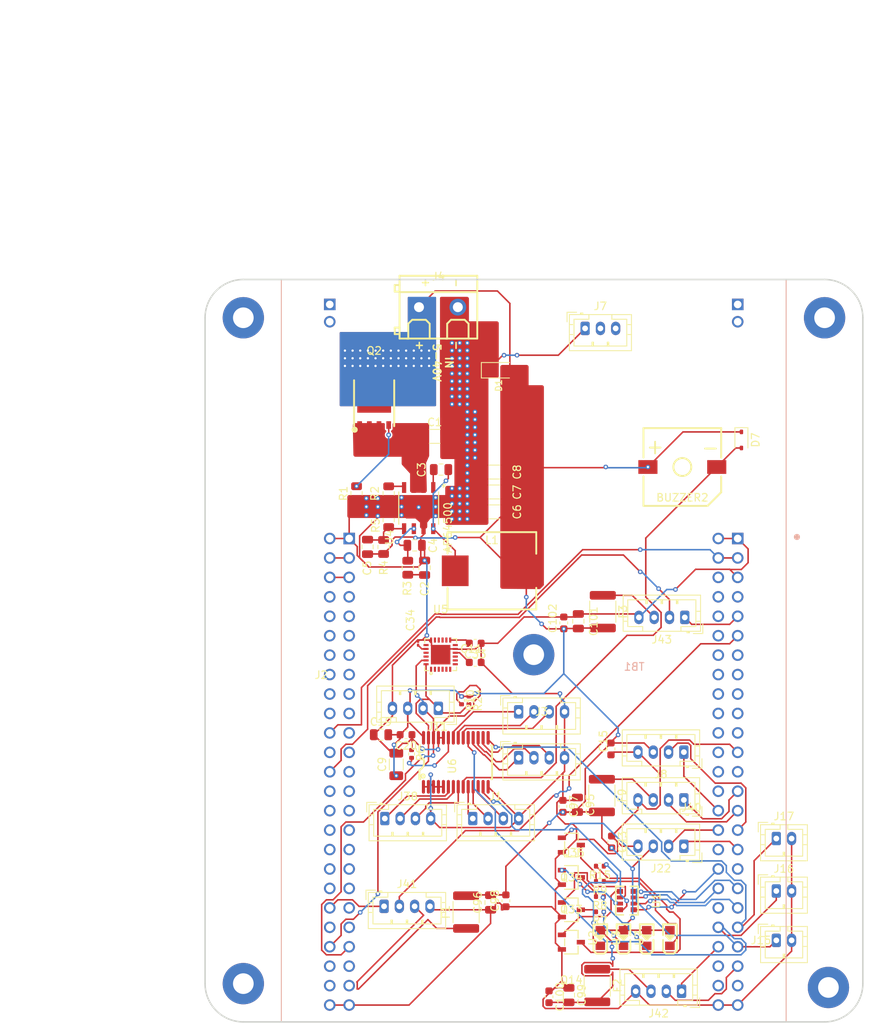
<source format=kicad_pcb>
(kicad_pcb (version 20241229) (generator "pcbnew") (generator_version "9.0")
  (layers (0 "F.Cu" signal) (2 "B.Cu" signal) (13 "F.Paste" user) (15 "B.Paste" user) (5 "F.SilkS" user "F.Silkscreen") (7 "B.SilkS" user "B.Silkscreen") (1 "F.Mask" user) (3 "B.Mask" user) (25 "Edge.Cuts" user))
  (net 0 "")
  (net 1 "VCC (5V)")
  (net 2 "unconnected-(C1-Pad1)")
  (net 3 "GND")
  (net 4 "Net-(C2-Pad1)")
  (net 6 "Net-(U5-REGOUT)")
  (net 7 "VDD (3V)")
  (net 8 "Net-(U5-CPOUT)")
  (net 9 "Net-(J41-Pin_3)")
  (net 10 "Net-(J42-Pin_3)")
  (net 11 "Net-(J43-Pin_3)")
  (net 12 "Net-(J40-Pin_3)")
  (net 13 "/MOTOR1_FWD")
  (net 14 "/MOTOR1_RVR")
  (net 15 "/MOTOR1_PWM")
  (net 16 "/TTL_TX")
  (net 17 "/TTL_RX")
  (net 18 "/US_SENSOR1_TRIG")
  (net 19 "/US_SENSOR1_ECHO")
  (net 20 "/SCL")
  (net 21 "/SDA")
  (net 22 "/US_SENSOR2_ECHO")
  (net 23 "/US_SENSOR2_TRIG")
  (net 24 "/ENC1_B")
  (net 25 "/ENC1_A")
  (net 26 "/ENC2_B")
  (net 27 "/ENC2_A")
  (net 28 "/ENC4_B")
  (net 29 "/ENC4_A")
  (net 30 "/ENC3_A")
  (net 31 "/ENC3_B")
  (net 32 "/transistor_array4/B1")
  (net 33 "/LED_Collector_1")
  (net 34 "/transistor_array4/B2")
  (net 35 "/LED_Collector_2")
  (net 36 "/transistor_array4/B3")
  (net 37 "/LED_Collector_3")
  (net 38 "/LED_Collector_4")
  (net 39 "/transistor_array4/B4")
  (net 40 "Net-(U6-~{OE})")
  (net 41 "Net-(U1-K)")
  (net 42 "Net-(U2-K)")
  (net 43 "Net-(U3-K)")
  (net 44 "Net-(U7-K)")
  (net 45 "/LED_BLUE_3")
  (net 46 "/LED_BLUE_4")
  (net 47 "/LED_BLUE_1")
  (net 48 "/LED_BLUE_2")
  (net 51 "Net-(TB1-VDD-PadP1_3)")
  (net 54 "/LED_RED")
  (net 55 "Net-(TB1-5V-PadP2_3)")
  (net 68 "/POWER_SUPPLY_ADC")
  (net 74 "Net-(TB1-3V-PadP2_5)")
  (net 89 "/LED_GREEN")
  (net 105 "/LED_YELLOW")
  (net 131 "/MOTOR4_RVR")
  (net 132 "/MOTOR4_PWM")
  (net 133 "/MOTOR2_PWM")
  (net 134 "/MOTOR2_RVR")
  (net 135 "/BUZZER_OUT")
  (net 136 "/MOTOR2_FWD")
  (net 137 "/MOTOR3_RVR")
  (net 138 "/MOTOR3_FWD")
  (net 139 "/MOTOR3_PWM")
  (net 140 "/MOTOR4_FWD")
  (net 142 "Net-(U4-SW)")
  (net 143 "Net-(U4-BST)")
  (net 144 "Net-(U4-COMP)")
  (net 145 "Net-(U4-FB)")
  (net 146 "Net-(Q2-G)")
  (net 147 "Net-(U4-RT{slash}CLK)")
  (footprint "Capacitor_SMD:C_0805_2012Metric" (layer "F.Cu") (at 80.493749 109.6375 -90)
    (property "Reference" "C95")
    (property "Value" "10 uF")
  )
  (footprint "easyeda2kicad:SOT-23-3_L2.9-W1.6-P1.90-LS2.8-BR" (layer "F.Cu") (at 79.70375 119.1275 180)
    (property "Reference" "Q34")
    (property "Value" "MMBT3904_C181119")
  )
  (footprint "Connector_JST:JST_PH_B2B-PH-K_1x02_P2.00mm_Vertical" (layer "F.Cu") (at 106.5 127.35)
    (property "Reference" "J15")
    (property "Value" "External LED (Red)")
  )
  (footprint "Connector_JST:JST_PH_B4B-PH-K_1x04_P2.00mm_Vertical" (layer "F.Cu") (at 55.21375 122.9075)
    (property "Reference" "J41")
    (property "Value" "Encoder")
  )
  (footprint "Capacitor_SMD:C_1206_3216Metric" (layer "F.Cu") (at 69.63875 71.3675 180)
    (property "Reference" "C6")
    (property "Value" "22 uF")
  )
  (footprint "Connector_JST:JST_PH_B4B-PH-K_1x04_P2.00mm_Vertical" (layer "F.Cu") (at 55.31375 111.4375)
    (property "Reference" "J38")
    (property "Value" "Motor control")
  )
  (footprint "Connector_JST:JST_PH_B4B-PH-K_1x04_P2.00mm_Vertical" (layer "F.Cu") (at 94.41375 115.0575 180)
    (property "Reference" "J22")
    (property "Value" "Ultrasonic Sensor Inputs" (hide yes))
  )
  (footprint "easyeda2kicad:AP64500SP-13" (layer "F.Cu") (at 59.74235 70.877902 -90)
    (property "Reference" "U4")
    (property "Value" "AP64500")
  )
  (footprint "Fuse:Fuse_1812_4532Metric" (layer "F.Cu") (at 83.693749 108.4375 -90)
    (property "Reference" "F9")
    (property "Value" "Fuse")
  )
  (footprint "easyeda2kicad:IND-SMD_L11.6-W10.1" (layer "F.Cu") (at 69.31375 79.0675)
    (property "Reference" "L1")
    (property "Value" "3.3uH")
  )
  (footprint "Connector_JST:JST_PH_B4B-PH-K_1x04_P2.00mm_Vertical" (layer "F.Cu") (at 94.41375 102.7575 180)
    (property "Reference" "J8")
    (property "Value" "Ultrasonic Sensor Inputs")
  )
  (footprint "Capacitor_SMD:C_0603_1608Metric" (layer "F.Cu") (at 78.593749 109.8375 -90)
    (property "Reference" "C97")
    (property "Value" "0.1uF")
  )
  (footprint "easyeda2kicad:TSSOP-28_L9.7-W4.4-P0.65-LS6.4-TL" (layer "F.Cu") (at 64.59375 104.0875 90)
    (property "Reference" "U6")
    (property "Value" "PCA9685PW,118")
  )
  (footprint "Capacitor_SMD:C_0805_2012Metric" (layer "F.Cu") (at 69.14375 122.4075 90)
    (property "Reference" "C96")
    (property "Value" "10 uF")
  )
  (footprint "Connector_JST:JST_PH_B4B-PH-K_1x04_P2.00mm_Vertical" (layer "F.Cu") (at 94.533751 85.1575 180)
    (property "Reference" "J43")
    (property "Value" "Encoder")
  )
  (footprint "MountingHole:MountingHole_2.7mm_M2.5_Pad" (layer "F.Cu") (at 113.31375 133.5075)
    (property "Reference" "MK1" (hide yes))
    (property "Value" "M2.5")
  )
  (footprint "Capacitor_SMD:C_0603_1608Metric" (layer "F.Cu") (at 78.71375 85.8775 -90)
    (property "Reference" "C102")
    (property "Value" "0.1uF")
  )
  (footprint "Capacitor_SMD:C_1206_3216Metric" (layer "F.Cu") (at 69.63875 66.1675 180)
    (property "Reference" "C8")
    (property "Value" "22 uF")
  )
  (footprint "Resistor_SMD:R_0402_1005Metric" (layer "F.Cu") (at 83.43375 119.6475 180)
    (property "Reference" "R9")
    (property "Value" "220")
  )
  (footprint "Capacitor_SMD:C_0805_2012Metric" (layer "F.Cu") (at 54.81375 100.4875)
    (property "Reference" "C19")
    (property "Value" "10uF")
  )
  (footprint "Capacitor_SMD:C_0805_2012Metric" (layer "F.Cu") (at 53.05125 75.9425 90)
    (property "Reference" "C5")
    (property "Value" "47pF")
  )
  (footprint "easyeda2kicad:LED-SMD_L2.0-W1.3-R-RD" (layer "F.Cu") (at 92.58375 127.0475 90)
    (property "Reference" "U7")
    (property "Value" "APT2012LVBC/D" (hide yes))
  )
  (footprint "Resistor_SMD:R_0805_2012Metric" (layer "F.Cu") (at 58.31375 78.6675 -90)
    (property "Reference" "R3")
    (property "Value" "16k")
  )
  (footprint "Resistor_SMD:R_0402_1005Metric" (layer "F.Cu") (at 66.31375 95.9875 -90)
    (property "Reference" "R24")
    (property "Value" "4.3k")
  )
  (footprint "Capacitor_SMD:C_1206_3216Metric" (layer "F.Cu") (at 56.81375 104.3675 90)
    (property "Reference" "C9")
    (property "Value" "10uF")
  )
  (footprint "Resistor_SMD:R_0805_2012Metric" (layer "F.Cu") (at 55.15125 75.955 90)
    (property "Reference" "R4")
    (property "Value" "120k")
  )
  (footprint "Capacitor_SMD:C_01005_0402Metric" (layer "F.Cu") (at 59.66375 88.535 90)
    (property "Reference" "C34")
    (property "Value" "2.2nF")
  )
  (footprint "Capacitor_SMD:C_1206_3216Metric" (layer "F.Cu") (at 61.83875 61.5075)
    (property "Reference" "C1")
    (property "Value" "10uF")
  )
  (footprint "Capacitor_SMD:C_0603_1608Metric" (layer "F.Cu") (at 67.13375 91.04 180)
    (property "Reference" "C11")
    (property "Value" "0.1uF")
  )
  (footprint "easyeda2kicad:BUZ-SMD_L9.6-W9.6-LS10.0-R" (layer "F.Cu") (at 94.21375 65.5075 180)
    (property "Reference" "BUZZER2")
    (property "Value" "YS-SBZ9650DYB05_C409830")
  )
  (footprint "MountingHole:MountingHole_2.7mm_M2.5_Pad" (layer "F.Cu") (at 112.81375 46.0075)
    (property "Reference" "MK1" (hide yes))
    (property "Value" "M2.5")
  )
  (footprint "Capacitor_SMD:C_0805_2012Metric" (layer "F.Cu") (at 79.38375 134.5075 -90)
    (property "Reference" "C99")
    (property "Value" "10 uF")
  )
  (footprint "easyeda2kicad:LED-SMD_L2.0-W1.3-R-RD" (layer "F.Cu") (at 86.52375 127.0475 90)
    (property "Reference" "U2")
    (property "Value" "APT2012LVBC/D" (hide yes))
  )
  (footprint "Fuse:Fuse_1812_4532Metric" (layer "F.Cu") (at 83.08375 133.2575 -90)
    (property "Reference" "F2")
    (property "Value" "Fuse")
  )
  (footprint "Capacitor_SMD:C_0603_1608Metric" (layer "F.Cu") (at 84.88375 102.3425 90)
    (property "Reference" "C15")
    (property "Value" "0.1uF")
  )
  (footprint "Resistor_SMD:R_0402_1005Metric" (layer "F.Cu") (at 65.34375 95.9975 -90)
    (property "Reference" "R10")
    (property "Value" "4.3k")
  )
  (footprint "Connector_JST:JST_PH_B3B-PH-K_1x03_P2.00mm_Vertical" (layer "F.Cu") (at 81.5 47.4)
    (property "Reference" "J7")
    (property "Value" "TTL")
  )
  (footprint "Capacitor_SMD:C_0603_1608Metric" (layer "F.Cu") (at 67.13375 88.54 180)
    (property "Reference" "C33")
    (property "Value" "0.1uF")
  )
  (footprint "easyeda2kicad:RES-ARRAY-SMD_0603-8P-L3.2-W1.6-BL" (layer "F.Cu") (at 86.95875 122.1525 -90)
    (property "Reference" "RN1" (hide yes))
    (property "Value" "4D03WGJ0102T5E (1k)")
  )
  (footprint "MountingHole:MountingHole_2.7mm_M2.5_Pad" (layer "F.Cu") (at 74.78375 90.0275)
    (property "Reference" "MK1" (hide yes))
    (property "Value" "M2.5")
  )
  (footprint "Diode_SMD:D_SOD-323" (layer "F.Cu") (at 101.93875 61.9725 -90)
    (property "Reference" "D7")
    (property "Value" "D")
  )
  (footprint "easyeda2kicad:SOT-23-3_L2.9-W1.6-P1.90-LS2.8-BR" (layer "F.Cu") (at 79.70375 114.8975 180)
    (property "Reference" "Q35")
    (property "Value" "MMBT3904_C181119")
  )
  (footprint "easyeda2kicad:SOT-23-3_L2.9-W1.6-P1.90-LS2.8-BR" (layer "F.Cu") (at 79.70375 127.5875 180)
    (property "Reference" "Q14")
    (property "Value" "MMBT3904_C181119")
  )
  (footprint "Connector_JST:JST_PH_B2B-PH-K_1x02_P2.00mm_Vertical" (layer "F.Cu") (at 106.5 120.9)
    (property "Reference" "J16")
    (property "Value" "External LED (Yellow)" (hide yes))
  )
  (footprint "Connector_JST:JST_PH_B4B-PH-K_1x04_P2.00mm_Vertical" (layer "F.Cu") (at 72.81375 97.4875)
    (property "Reference" "J2")
    (property "Value" "Motor control")
  )
  (footprint "easyeda2kicad:SOT-23-3_L2.9-W1.6-P1.90-LS2.8-BR" (layer "F.Cu") (at 79.70375 123.3575 180)
    (property "Reference" "Q33")
    (property "Value" "MMBT3904_C181119")
  )
  (footprint "easyeda2kicad:CONN-TH_2P-P5.08" (layer "F.Cu") (at 62.32235 44.6231)
    (property "Reference" "J4")
    (property "Value" "Screw_Terminal_01x02")
  )
  (footprint "Connector_JST:JST_PH_B4B-PH-K_1x04_P2.00mm_Vertical" (layer "F.Cu") (at 94.11375 134.0075 180)
    (property "Reference" "J42")
    (property "Value" "Encoder")
  )
  (footprint "Capacitor_SMD:C_0805_2012Metric" (layer "F.Cu") (at 62.66375 65.8425)
    (property "Reference" "C3")
    (property "Value" "100nF")
  )
  (footprint "Connector_JST:JST_PH_B4B-PH-K_1x04_P2.00mm_Vertical" (layer "F.Cu") (at 94.41375 109.0075 180)
    (property "Reference" "J40")
    (property "Value" "Encoder")
  )
  (footprint "easyeda2kicad:DFN-8_L5.7-W5.1-P1.27-LS6.1-BL-1" (layer "F.Cu") (at 53.92235 57.1731)
    (property "Reference" "Q2")
    (property "Value" "HSBA100P04_C2987717")
  )
  (footprint "easyeda2kicad:LED-SMD_L2.0-W1.3-R-RD" (layer "F.Cu") (at 83.49375 127.0475 90)
    (property "Reference" "U1")
    (property "Value" "APT2012LVBC/D")
  )
  (footprint "Resistor_SMD:R_0805_2012Metric" (layer "F.Cu") (at 55.81875 68.9425 -90)
    (property "Reference" "R2")
    (property "Value" "200k")
  )
  (footprint "Resistor_SMD:R_0402_1005Metric" (layer "F.Cu") (at 58.81375 102.9975 -90)
    (property "Reference" "R6")
    (property "Value" "10k")
  )
  (footprint "Connector_JST:JST_PH_B4B-PH-K_1x04_P2.00mm_Vertical" (layer "F.Cu") (at 72.81375 103.4875)
    (property "Reference" "J3")
    (property "Value" "Motor control")
  )
  (footprint "Resistor_SMD:R_0402_1005Metric" (layer "F.Cu") (at 83.43375 117.6575 180)
    (property "Reference" "R15")
    (property "Value" "220")
  )
  (footprint "Capacitor_SMD:C_0805_2012Metric" (layer "F.Cu") (at 60.51375 78.6675 90)
    (property "Reference" "C2")
    (property "Value" "2.7nF")
  )
  (footprint "Resistor_SMD:R_0805_2012Metric" (layer "F.Cu") (at 55.81875 72.4425 90)
    (property "Reference" "R5")
    (property "Value" "22.1k")
  )
  (footprint "Connector_JST:JST_PH_B2B-PH-K_1x02_P2.00mm_Vertical" (layer "F.Cu") (at 106.5 114.05)
    (property "Reference" "J17")
    (property "Value" "External LED (Green)")
  )
  (footprint "Resistor_SMD:R_0805_2012Metric" (layer "F.Cu") (at 51.61875 68.93 -90)
    (property "Reference" "R1")
    (property "Value" "47k")
  )
  (footprint "easyeda2kicad:QFN-24_L4.0-W4.0-P0.50-BL-EP2.6" (layer "F.Cu") (at 62.61375 90.025)
    (property "Reference" "U5")
    (property "Value" "MPU-6050_C24112")
  )
  (footprint "Capacitor_SMD:C_0805_2012Metric" (layer "F.Cu") (at 59.21375 75.7425)
    (property "Reference" "C4")
    (property "Value" "39pF")
  )
  (footprint "MountingHole:MountingHole_2.7mm_M2.5_Pad" (layer "F.Cu") (at 36.81375 46.0075)
    (property "Reference" "MK1" (hide yes))
    (property "Value" "M2.5")
  )
  (footprint "Connector_JST:JST_PH_B4B-PH-K_1x04_P2.00mm_Vertical" (layer "F.Cu") (at 66.81375 111.4375)
    (property "Reference" "J1")
    (property "Value" "Motor control")
  )
  (footprint "easyeda2kicad:LED-SMD_L2.0-W1.3-R-RD" (layer "F.Cu") (at 89.55375 127.0475 90)
    (property "Reference" "U3")
    (property "Value" "APT2012LVBC/D" (hide yes))
  )
  (footprint "Diode_SMD:D_SMF" (layer "F.Cu") (at 70.21375 52.8675)
    (property "Reference" "D1")
    (property "Value" "SMF5V0A")
  )
  (footprint "Capacitor_SMD:C_0603_1608Metric" (layer "F.Cu") (at 76.78375 134.7275 -90)
    (property "Reference" "C100")
    (property "Value" "0.1uF")
  )
  (footprint "Capacitor_SMD:C_0603_1608Metric" (layer "F.Cu") (at 71.14375 122.1875 90)
    (property "Reference" "C98")
    (property "Value" "0.1uF")
  )
  (footprint "Capacitor_SMD:C_0603_1608Metric" (layer "F.Cu") (at 84.97375 114.4975 -90)
    (property "Reference" "C73")
    (property "Value" "0.1uF")
  )
  (footprint "Fuse:Fuse_1812_4532Metric" (layer "F.Cu") (at 65.94375 123.6575 90)
    (property "Reference" "F1")
    (property "Value" "Fuse")
  )
  (footprint "Capacitor_SMD:C_0805_2012Metric" (layer "F.Cu") (at 80.61375 85.6575 -90)
    (property "Reference" "C101")
    (property "Value" "10 uF")
  )
  (footprint "Resistor_SMD:R_0402_1005Metric" (layer "F.Cu") (at 83.43375 123.6275 180)
    (property "Reference" "R7")
    (property "Value" "220")
  )
  (footprint "MountingHole:MountingHole_2.7mm_M2.5_Pad" (layer "F.Cu") (at 36.81375 133.0075)
    (property "Reference" "MK1" (hide yes))
    (property "Value" "M2.5")
  )
  (footprint "Capacitor_SMD:C_0603_1608Metric" (layer "F.Cu") (at 58.08875 100.4875 180)
    (property "Reference" "C20")
    (property "Value" "0.1uF")
  )
  (footprint "Capacitor_SMD:C_1206_3216Metric" (layer "F.Cu") (at 69.63875 68.7675 180)
    (property "Reference" "C7")
    (property "Value" "22 uF")
  )
  (footprint "Resistor_SMD:R_0402_1005Metric" (layer "F.Cu") (at 83.43375 121.6375 180)
    (property "Reference" "R8")
    (property "Value" "220")
  )
  (footprint "Fuse:Fuse_1812_4532Metric" (layer "F.Cu") (at 83.81375 84.4075 -90)
    (property "Reference" "F3")
    (property "Value" "Fuse")
  )
  (footprint "Connector_JST:JST_PH_B4B-PH-K_1x04_P2.00mm_Vertical" (layer "F.Cu") (at 62.31375 97.0375 180)
    (property "Reference" "J11")
    (property "Value" "Compass Connection (I2C)")
  )
  (footprint "stm32:MODULE_STM32F4DISCOVERY" (layer "B.Cu") (at 74.78375 89.5275 180)
    (property "Reference" "TB1")
    (property "Value" "STM32F4DISCOVERY")
  )
  (gr_line (start 36.81375 41.0075) (end 112.81375 41.0075) (stroke (width 0.2)) (layer "Edge.Cuts"))
  (gr_line (start 117.81375 46.0075) (end 117.81375 133.0075) (stroke (width 0.2)) (layer "Edge.Cuts"))
  (gr_arc (start 112.81375 41.0075) (mid 116.349284 42.471966) (end 117.81375 46.0075) (stroke (width 0.2)) (layer "Edge.Cuts"))
  (gr_arc (start 36.81375 138.0075) (mid 33.278216 136.543034) (end 31.81375 133.0075) (stroke (width 0.2)) (layer "Edge.Cuts"))
  (gr_line (start 31.81375 133.0075) (end 31.81375 46.0075) (stroke (width 0.2)) (layer "Edge.Cuts"))
  (gr_arc (start 117.81375 133.0075) (mid 116.349284 136.543034) (end 112.81375 138.0075) (stroke (width 0.2)) (layer "Edge.Cuts"))
  (gr_line (start 112.81375 138.0075) (end 36.81375 138.0075) (stroke (width 0.2)) (layer "Edge.Cuts"))
  (gr_arc (start 31.81375 46.0075) (mid 33.278216 42.471966) (end 36.81375 41.0075) (stroke (width 0.2)) (layer "Edge.Cuts"))
  (gr_text "-" (at 64.11375 40.6675 270) (layer "F.SilkS") (effects (font (size 1 1) (thickness 0.2) (bold yes)) (justify left bottom)))
  (gr_text "-" (at 64.11375 48.8675 270) (layer "F.SilkS") (effects (font (size 1 1) (thickness 0.2) (bold yes)) (justify left bottom)))
  (gr_text "+" (at 60.11375 40.6675 270) (layer "F.SilkS") (effects (font (size 1 1) (thickness 0.2) (bold yes)) (justify left bottom)))
  (gr_text "IN\n5-40V" (at 61.51375 51.8675 270) (layer "F.SilkS") (effects (font (size 1 1) (thickness 0.2) (bold yes)) (justify bottom)))
  (gr_text "+" (at 59.31375 48.8675 270) (layer "F.SilkS") (effects (font (size 1 1) (thickness 0.2) (bold yes)) (justify left bottom)))
  (segment (start 83.693749 113.992499) (end 84.97375 115.2725) (width 0.2) (layer "F.Cu") (net 1))
  (segment (start 81.08275 131.66766) (end 81.39859 131.9835) (width 0.2) (layer "F.Cu") (net 1))
  (segment (start 74.11375 79.0675) (end 73.81375 79.3675) (width 0.2) (layer "F.Cu") (net 1))
  (segment (start 59.195349 74.6575) (end 59.31375 74.775901) (width 0.2) (layer "F.Cu") (net 1))
  (segment (start 83.02125 135.4575) (end 83.08375 135.395) (width 0.2) (layer "F.Cu") (net 1))
  (segment (start 66.31375 95.4775) (end 66.74375 95.4775) (width 0.2) (layer "F.Cu") (net 1))
  (segment (start 85.08475 131.66766) (end 85.08475 131.521) (width 0.2) (layer "F.Cu") (net 1))
  (segment (start 90.41375 102.7575) (end 89.22375 101.5675) (width 0.2) (layer "F.Cu") (net 1))
  (segment (start 67.76475 74.7165) (end 71.11375 71.3675) (width 0.2) (layer "F.Cu") (net 1))
  (segment (start 71.66375 44.13625) (end 71.66375 52.8675) (width 0.2) (layer "F.Cu") (net 1))
  (segment (start 56.644511 74.6575) (end 57.182989 74.6575) (width 0.2) (layer "F.Cu") (net 1))
  (segment (start 72.11575 79.0675) (end 67.76475 74.7165) (width 0.2) (layer "F.Cu") (net 1))
  (segment (start 58.31375 97.0375) (end 58.61375 96.7375) (width 0.2) (layer "F.Cu") (net 1))
  (segment (start 57.31375 101.0075) (end 56.51375 101.8075) (width 0.2) (layer "F.Cu") (net 1))
  (segment (start 81.519749 109.17266) (end 81.519749 104.931501) (width 0.2) (layer "F.Cu") (net 1))
  (segment (start 80.079909 110.6125) (end 81.519749 109.17266) (width 0.2) (layer "F.Cu") (net 1))
  (segment (start 57.31375 100.4875) (end 57.31375 101.0075) (width 0.2) (layer "F.Cu") (net 1))
  (segment (start 80.61375 86.6075) (end 78.75875 86.6075) (width 0.2) (layer "F.Cu") (net 1))
  (segment (start 94.29875 60.9225) (end 101.93875 60.9225) (width 0.2) (layer "F.Cu") (net 1))
  (segment (start 65.35375 95.4775) (end 65.34375 95.4875) (width 0.2) (layer "F.Cu") (net 1))
  (segment (start 71.77375 65.5075) (end 71.690625 65.590625) (width 0.2) (layer "F.Cu") (net 1))
  (segment (start 76.82875 135.4575) (end 76.78375 135.5025) (width 0.2) (layer "F.Cu") (net 1))
  (segment (start 71.14375 117.6775) (end 76.81375 112.0075) (width 0.2) (layer "F.Cu") (net 1))
  (segment (start 84.88375 101.4375) (end 85.81375 100.5075) (width 0.2) (layer "F.Cu") (net 1))
  (segment (start 53.07625 76.8675) (end 53.05125 76.8925) (width 0.2) (layer "F.Cu") (net 1))
  (segment (start 86.52375 126.0275) (end 83.49375 126.0275) (width 0.2) (layer "F.Cu") (net 1))
  (segment (start 83.49375 126.0275) (end 85.01375 127.5475) (width 0.2) (layer "F.Cu") (net 1))
  (segment (start 87.71375 117.7575) (end 87.71375 118.0125) (width 0.2) (layer "F.Cu") (net 1))
  (segment (start 71.690625 65.590625) (end 71.11375 66.1675) (width 0.2) (layer "F.Cu") (net 1))
  (segment (start 73.81375 79.3675) (end 73.81375 82.5075) (width 0.2) (layer "F.Cu") (net 1))
  (segment (start 58.31375 97.0375) (end 58.31375 98.71239) (width 0.2) (layer "F.Cu") (net 1))
  (segment (start 66.31375 95.4775) (end 65.35375 95.4775) (width 0.2) (layer "F.Cu") (net 1))
  (segment (start 84.88375 101.5675) (end 84.88375 101.4375) (width 0.2) (layer "F.Cu") (net 1))
  (segment (start 85.08475 131.521) (end 85.11375 131.521) (width 0.2) (layer "F.Cu") (net 1))
  (segment (start 71.14375 121.4125) (end 66.05125 121.4125) (width 0.2) (layer "F.Cu") (net 1))
  (segment (start 58.31375 99.4875) (end 57.31375 100.4875) (width 0.2) (layer "F.Cu") (net 1))
  (segment (start 83.693749 110.575) (end 78.631249 110.575) (width 0.2) (layer "F.Cu") (net 1))
  (segment (start 80.67625 86.545) (end 80.61375 86.6075) (width 0.2) (layer "F.Cu") (net 1))
  (segment (start 92.58375 126.0275) (end 89.55375 126.0275) (width 0.2) (layer "F.Cu") (net 1))
  (segment (start 74.11375 79.0675) (end 72.11575 79.0675) (width 0.2) (layer "F.Cu") (net 1))
  (segment (start 57.182989 74.6575) (end 59.195349 74.6575) (width 0.2) (layer "F.Cu") (net 1))
  (segment (start 81.08275 130.57234) (end 81.08275 131.66766) (width 0.2) (layer "F.Cu") (net 1))
  (segment (start 85.08475 130.719) (end 85.08475 130.57234) (width 0.2) (layer "F.Cu") (net 1))
  (segment (start 89.22375 101.5675) (end 84.88375 101.5675) (width 0.2) (layer "F.Cu") (net 1))
  (segment (start 81.39859 130.2565) (end 81.08275 130.57234) (width 0.2) (layer "F.Cu") (net 1))
  (segment (start 75.81375 86.0075) (end 76.45875 86.6525) (width 0.2) (layer "F.Cu") (net 1))
  (segment (start 60.37375 100.77239) (end 60.37375 100.8875) (width 0.2) (layer "F.Cu") (net 1))
  (segment (start 89.71375 65.5075) (end 94.29875 60.9225) (width 0.2) (layer "F.Cu") (net 1))
  (segment (start 85.11375 130.719) (end 85.08475 130.719) (width 0.2) (layer "F.Cu") (net 1))
  (segment (start 71.14375 121.4125) (end 69.18875 121.4125) (width 0.2) (layer "F.Cu") (net 1))
  (segment (start 56.26375 75.755) (end 56.26375 75.038261) (width 0.2) (layer "F.Cu") (net 1))
  (segment (start 79.38375 135.4575) (end 83.02125 135.4575) (width 0.2) (layer "F.Cu") (net 1))
  (segment (start 70.035 42.5075) (end 71.66375 44.13625) (width 0.2) (layer "F.Cu") (net 1))
  (segment (start 56.26375 75.038261) (end 56.644511 74.6575) (width 0.2) (layer "F.Cu") (net 1))
  (segment (start 83.81375 86.545) (end 80.67625 86.545) (width 0.2) (layer "F.Cu") (net 1))
  (segment (start 64.51475 74.7165) (end 67.76475 74.7165) (width 0.2) (layer "F.Cu") (net 1))
  (segment (start 84.76891 130.2565) (end 81.39859 130.2565) (width 0.2) (layer "F.Cu") (net 1))
  (segment (start 69.18875 121.4125) (end 69.14375 121.4575) (width 0.2) (layer "F.Cu") (net 1))
  (segment (start 79.38375 135.4575) (end 76.82875 135.4575) (width 0.2) (layer "F.Cu") (net 1))
  (segment (start 58.31375 98.71239) (end 60.37375 100.77239) (width 0.2) (layer "F.Cu") (net 1))
  (segment (start 83.693749 110.575) (end 83.693749 113.992499) (width 0.2) (layer "F.Cu") (net 1))
  (segment (start 85.11375 131.521) (end 85.11375 133.365) (width 0.2) (layer "F.Cu") (net 1))
  (segment (start 84.76891 131.9835) (end 85.08475 131.66766) (width 0.2) (layer "F.Cu") (net 1))
  (segment (start 71.14375 121.4125) (end 71.14375 117.6775) (width 0.2) (layer "F.Cu") (net 1))
  (segment (start 84.109375 65.590625) (end 84.2 65.5) (width 0.2) (layer "F.Cu") (net 1))
  (segment (start 86.09375 126.0275) (end 87.71375 124.4075) (width 0.2) (layer "F.Cu") (net 1))
  (segment (start 78.75875 86.6075) (end 78.71375 86.6525) (width 0.2) (layer "F.Cu") (net 1))
  (segment (start 81.519749 104.931501) (end 84.88375 101.5675) (width 0.2) (layer "F.Cu") (net 1))
  (segment (start 78.631249 110.575) (end 78.593749 110.6125) (width 0.2) (layer "F.Cu") (net 1))
  (segment (start 90.41375 115.0575) (end 87.71375 117.7575) (width 0.2) (layer "F.Cu") (net 1))
  (segment (start 83.49375 126.0275) (end 86.09375 126.0275) (width 0.2) (layer "F.Cu") (net 1))
  (segment (start 83.693749 110.575) (end 80.506249 110.575) (width 0.2) (layer "F.Cu") (net 1))
  (segment (start 61.89795 42.5075) (end 70.035 42.5075) (width 0.2) (layer "F.Cu") (net 1))
  (segment (start 58.31375 97.0375) (end 58.31375 99.4875) (width 0.2) (layer "F.Cu") (net 1))
  (segment (start 76.45875 86.6525) (end 78.71375 86.6525) (width 0.2) (layer "F.Cu") (net 1))
  (segment (start 71.690625 65.590625) (end 84.109375 65.590625) (width 0.2) (layer "F.Cu") (net 1))
  (segment (start 59.78235 44.6231) (end 61.89795 42.5075) (width 0.2) (layer "F.Cu") (net 1))
  (segment (start 55.76375 100.4875) (end 57.31375 100.4875) (width 0.2) (layer "F.Cu") (net 1))
  (segment (start 85.08475 130.57234) (end 84.76891 130.2565) (width 0.2) (layer "F.Cu") (net 1))
  (segment (start 85.01375 127.5475) (end 85.01375 128.2075) (width 0.2) (layer "F.Cu") (net 1))
  (segment (start 85.11375 133.365) (end 83.08375 135.395) (width 0.2) (layer "F.Cu") (net 1))
  (segment (start 58.61375 96.7375) (end 58.61375 94.7075) (width 0.2) (layer "F.Cu") (net 1))
  (segment (start 80.506249 110.575) (end 80.493749 110.5875) (width 0.2) (layer "F.Cu") (net 1))
  (segment (start 55.15125 76.8675) (end 56.26375 75.755) (width 0.2) (layer "F.Cu") (net 1))
  (segment (start 86.52375 126.0275) (end 89.55375 126.0275) (width 0.2) (layer "F.Cu") (net 1))
  (segment (start 66.05125 121.4125) (end 65.94375 121.52) (width 0.2) (layer "F.Cu") (net 1))
  (segment (start 81.39859 131.9835) (end 84.76891 131.9835) (width 0.2) (layer "F.Cu") (net 1))
  (segment (start 85.11375 129.7075) (end 85.11375 130.719) (width 0.2) (layer "F.Cu") (net 1))
  (segment (start 70.66275 53.8685) (end 71.66375 52.8675) (width 0.2) (layer "F.Cu") (net 1))
  (segment (start 55.15125 76.8675) (end 53.07625 76.8675) (width 0.2) (layer "F.Cu") (net 1))
  (segment (start 66.74375 95.4775) (end 67.11375 95.1075) (width 0.2) (layer "F.Cu") (net 1))
  (segment (start 78.593749 110.6125) (end 80.079909 110.6125) (width 0.2) (layer "F.Cu") (net 1))
  (via (at 51.1 52.3) (size 0.6) (drill 0.3) (layers "F.Cu" "B.Cu") (net 1))
  (via (at 84.97375 115.2725) (size 0.6) (drill 0.3) (layers "F.Cu" "B.Cu") (net 1))
  (via (at 85.01375 128.2075) (size 0.6) (drill 0.3) (layers "F.Cu" "B.Cu") (net 1))
  (via (at 59.1 50.3) (size 0.6) (drill 0.3) (layers "F.Cu" "B.Cu") (net 1))
  (via (at 58.61375 94.7075) (size 0.6) (drill 0.3) (layers "F.Cu" "B.Cu") (net 1))
  (via (at 51.1 50.3) (size 0.6) (drill 0.3) (layers "F.Cu" "B.Cu") (net 1))
  (via (at 89.71375 65.5075) (size 0.6) (drill 0.3) (layers "F.Cu" "B.Cu") (net 1))
  (via (at 58.1 52.3) (size 0.6) (drill 0.3) (layers "F.Cu" "B.Cu") (net 1))
  (via (at 75.81375 86.0075) (size 0.6) (drill 0.3) (layers "F.Cu" "B.Cu") (net 1))
  (via (at 52.1 52.3) (size 0.6) (drill 0.3) (layers "F.Cu" "B.Cu") (net 1))
  (via (at 64.51475 74.7165) (size 0.6) (drill 0.3) (layers "F.Cu" "B.Cu") (net 1))
  (via (at 87.71375 124.4075) (size 0.6) (drill 0.3) (layers "F.Cu" "B.Cu") (net 1))
  (via (at 50.1 50.3) (size 0.6) (drill 0.3) (layers "F.Cu" "B.Cu") (net 1))
  (via (at 51.1 51.3) (size 0.6) (drill 0.3) (layers "F.Cu" "B.Cu") (net 1))
  (via (at 60.1 50.3) (size 0.6) (drill 0.3) (layers "F.Cu" "B.Cu") (net 1))
  (via (at 54.1 51.3) (size 0.6) (drill 0.3) (layers "F.Cu" "B.Cu") (net 1))
  (via (at 84.2 65.5) (size 0.6) (drill 0.3) (layers "F.Cu" "B.Cu") (net 1))
  (via (at 50.1 52.3) (size 0.6) (drill 0.3) (layers "F.Cu" "B.Cu") (net 1))
  (via (at 61.1 52.3) (size 0.6) (drill 0.3) (layers "F.Cu" "B.Cu") (net 1))
  (via (at 60.1 52.3) (size 0.6) (drill 0.3) (layers "F.Cu" "B.Cu") (net 1))
  (via (at 87.71375 118.0125) (size 0.6) (drill 0.3) (layers "F.Cu" "B.Cu") (net 1))
  (via (at 67.11375 95.1075) (size 0.6) (drill 0.3) (layers "F.Cu" "B.Cu") (net 1))
  (via (at 56.1 52.3) (size 0.6) (drill 0.3) (layers "F.Cu" "B.Cu") (net 1))
  (via (at 85.11375 129.7075) (size 0.6) (drill 0.3) (layers "F.Cu" "B.Cu") (net 1))
  (via (at 56.1 50.3) (size 0.6) (drill 0.3) (layers "F.Cu" "B.Cu") (net 1))
  (via (at 58.1 50.3) (size 0.6) (drill 0.3) (layers "F.Cu" "B.Cu") (net 1))
  (via (at 54.1 50.3) (size 0.6) (drill 0.3) (layers "F.Cu" "B.Cu") (net 1))
  (via (at 57.1 52.3) (size 0.6) (drill 0.3) (layers "F.Cu" "B.Cu") (net 1))
  (via (at 60.1 51.3) (size 0.6) (drill 0.3) (layers "F.Cu" "B.Cu") (net 1))
  (via (at 76.81375 112.0075) (size 0.6) (drill 0.3) (layers "F.Cu" "B.Cu") (net 1))
  (via (at 50.1 51.3) (size 0.6) (drill 0.3) (layers "F.Cu" "B.Cu") (net 1))
  (via (at 56.1 51.3) (size 0.6) (drill 0.3) (layers "F.Cu" "B.Cu") (net 1))
  (via (at 85.81375 100.5075) (size 0.6) (drill 0.3) (layers "F.Cu" "B.Cu") (net 1))
  (via (at 59.1 51.3) (size 0.6) (drill 0.3) (layers "F.Cu" "B.Cu") (net 1))
  (via (at 73.81375 82.5075) (size 0.6) (drill 0.3) (layers "F.Cu" "B.Cu") (net 1))
  (via (at 54.1 52.3) (size 0.6) (drill 0.3) (layers "F.Cu" "B.Cu") (net 1))
  (via (at 65.34375 95.4875) (size 0.6) (drill 0.3) (layers "F.Cu" "B.Cu") (net 1))
  (via (at 58.1 51.3) (size 0.6) (drill 0.3) (layers "F.Cu" "B.Cu") (net 1))
  (via (at 52.1 50.3) (size 0.6) (drill 0.3) (layers "F.Cu" "B.Cu") (net 1))
  (via (at 53.1 50.3) (size 0.6) (drill 0.3) (layers "F.Cu" "B.Cu") (net 1))
  (via (at 61.1 51.3) (size 0.6) (drill 0.3) (layers "F.Cu" "B.Cu") (net 1))
  (via (at 52.1 51.3) (size 0.6) (drill 0.3) (layers "F.Cu" "B.Cu") (net 1))
  (via (at 59.1 52.3) (size 0.6) (drill 0.3) (layers "F.Cu" "B.Cu") (net 1))
  (via (at 59.31375 74.775901) (size 0.6) (drill 0.3) (layers "F.Cu" "B.Cu") (net 1))
  (via (at 53.1 51.3) (size 0.6) (drill 0.3) (layers "F.Cu" "B.Cu") (net 1))
  (via (at 55.1 50.3) (size 0.6) (drill 0.3) (layers "F.Cu" "B.Cu") (net 1))
  (via (at 53.1 52.3) (size 0.6) (drill 0.3) (layers "F.Cu" "B.Cu") (net 1))
  (via (at 61.1 50.3) (size 0.6) (drill 0.3) (layers "F.Cu" "B.Cu") (net 1))
  (via (at 56.81375 105.8425) (size 0.6) (drill 0.3) (layers "F.Cu" "B.Cu") (net 1))
  (via (at 78.71375 86.6525) (size 0.6) (drill 0.3) (layers "F.Cu" "B.Cu") (net 1))
  (via (at 56.51375 101.8075) (size 0.6) (drill 0.3) (layers "F.Cu" "B.Cu") (net 1))
  (via (at 57.1 51.3) (size 0.6) (drill 0.3) (layers "F.Cu" "B.Cu") (net 1))
  (via (at 57.1 50.3) (size 0.6) (drill 0.3) (layers "F.Cu" "B.Cu") (net 1))
  (via (at 78.593749 110.6125) (size 0.6) (drill 0.3) (layers "F.Cu" "B.Cu") (net 1))
  (via (at 55.1 51.3) (size 0.6) (drill 0.3) (layers "F.Cu" "B.Cu") (net 1))
  (via (at 55.1 52.3) (size 0.6) (drill 0.3) (layers "F.Cu" "B.Cu") (net 1))
  (segment (start 59.31375 74.775901) (end 64.455349 74.775901) (width 0.2) (layer "B.Cu") (net 1))
  (segment (start 56.51375 105.5425) (end 56.81375 105.8425) (width 0.2) (layer "B.Cu") (net 1))
  (segment (start 78.20875 110.6125) (end 78.593749 110.6125) (width 0.2) (layer "B.Cu") (net 1))
  (segment (start 76.11375 95.1075) (end 78.71375 92.5075) (width 0.2) (layer "B.Cu") (net 1))
  (segment (start 87.71375 118.0125) (end 84.97375 115.2725) (width 0.2) (layer "B.Cu") (net 1))
  (segment (start 87.71375 124.4075) (end 87.71375 118.0125) (width 0.2) (layer "B.Cu") (net 1))
  (segment (start 85.01375 129.6075) (end 85.11375 129.7075) (width 0.2) (layer "B.Cu") (net 1))
  (segment (start 56.51375 101.8075) (end 56.51375 105.5425) (width 0.2) (layer "B.Cu") (net 1))
  (segment (start 76.81375 112.0075) (end 78.20875 110.6125) (width 0.2) (layer "B.Cu") (net 1))
  (segment (start 85.81375 100.5075) (end 85.81375 99.6075) (width 0.2) (layer "B.Cu") (net 1))
  (segment (start 58.61375 94.7075) (end 64.56375 94.7075) (width 0.2) (layer "B.Cu") (net 1))
  (segment (start 85.81375 99.6075) (end 78.71375 92.5075) (width 0.2) (layer "B.Cu") (net 1))
  (segment (start 84.2 65.5) (end 84.3 65.6) (width 0.2) (layer "B.Cu") (net 1))
  (segment (start 78.71375 92.5075) (end 78.71375 86.6525) (width 0.2) (layer "B.Cu") (net 1))
  (segment (start 84.3 65.6) (end 89.62125 65.6) (width 0.2) (layer "B.Cu") (net 1))
  (segment (start 67.11375 95.1075) (end 76.11375 95.1075) (width 0.2) (layer "B.Cu") (net 1))
  (segment (start 85.01375 128.2075) (end 85.01375 129.6075) (width 0.2) (layer "B.Cu") (net 1))
  (segment (start 64.56375 94.7075) (end 65.34375 95.4875) (width 0.2) (layer "B.Cu") (net 1))
  (segment (start 73.81375 84.0075) (end 75.81375 86.0075) (width 0.2) (layer "B.Cu") (net 1))
  (segment (start 64.455349 74.775901) (end 64.51475 74.7165) (width 0.2) (layer "B.Cu") (net 1))
  (segment (start 89.62125 65.6) (end 89.71375 65.5075) (width 0.2) (layer "B.Cu") (net 1))
  (segment (start 73.81375 82.5075) (end 73.81375 84.0075) (width 0.2) (layer "B.Cu") (net 1))
  (segment (start 80.118749 109.0625) (end 80.493749 108.6875) (width 0.2) (layer "F.Cu") (net 3))
  (segment (start 92.441544 101.1805) (end 91.31475 102.307294) (width 0.2) (layer "F.Cu") (net 3))
  (segment (start 78.46375 128.5375) (end 77.62775 127.7015) (width 0.2) (layer "F.Cu") (net 3))
  (segment (start 62.61375 90.025) (end 61.42275 88.834) (width 0.2) (layer "F.Cu") (net 3))
  (segment (start 61.36375 88.115) (end 59.83375 88.115) (width 0.2) (layer "F.Cu") (net 3))
  (segment (start 72.81375 111.4375) (end 72.81375 111.2775) (width 0.2) (layer "F.Cu") (net 3))
  (segment (start 77.817749 111.06161) (end 77.817749 109.3635) (width 0.2) (layer "F.Cu") (net 3))
  (segment (start 108.5 128.76125) (end 101.45375 135.8075) (width 0.2) (layer "F.Cu") (net 3))
  (segment (start 100.42375 78.8975) (end 100.39875 78.8725) (width 0.2) (layer "F.Cu") (net 3))
  (segment (start 80.382134 114.164116) (end 80.382134 112.637405) (width 0.2) (layer "F.Cu") (net 3))
  (segment (start 61.31375 111.4375) (end 61.31375 110.1075) (width 0.2) (layer "F.Cu") (net 3))
  (segment (start 69.14375 123.3575) (end 61.66375 123.3575) (width 0.2) (layer "F.Cu") (net 3))
  (segment (start 51.70875 77.06116) (end 51.70875 75.9025) (width 0.2) (layer "F.Cu") (net 3))
  (segment (start 58.86375 102.4375) (end 58.81375 102.4875) (width 0.2) (layer "F.Cu") (net 3))
  (segment (start 51.70875 75.9025) (end 50.65375 74.8475) (width 0.2) (layer "F.Cu") (net 3))
  (segment (start 85.86275 136.2585) (end 76.31464 136.2585) (width 0.2) (layer "F.Cu") (net 3))
  (segment (start 78.46375 115.8475) (end 78.69875 115.8475) (width 0.2) (layer "F.Cu") (net 3))
  (segment (start 60.36375 107.2875) (end 61.01375 107.2875) (width 0.2) (layer "F.Cu") (net 3))
  (segment (start 62.32375 107.2875) (end 62.97375 107.2875) (width 0.2) (layer "F.Cu") (net 3))
  (segment (start 73.51875 85.1025) (end 70.08125 88.54) (width 0.2) (layer "F.Cu") (net 3))
  (segment (start 101.45375 74.8475) (end 98.91375 74.8475) (width 0.2) (layer "F.Cu") (net 3))
  (segment (start 78.593749 109.0625) (end 80.118749 109.0625) (width 0.2) (layer "F.Cu") (net 3))
  (segment (start 88.41375 110.2825) (end 84.97375 113.7225) (width 0.2) (layer "F.Cu") (net 3))
  (segment (start 108.5 127.35) (end 108.5 128.76125) (width 0.2) (layer "F.Cu") (net 3))
  (segment (start 48.11375 135.8075) (end 50.65375 135.8075) (width 0.2) (layer "F.Cu") (net 3))
  (segment (start 59.599926 88.115) (end 56.31375 91.401176) (width 0.2) (layer "F.Cu") (net 3))
  (segment (start 78.69875 115.8475) (end 80.382134 114.164116) (width 0.2) (layer "F.Cu") (net 3))
  (segment (start 61.42275 88.514) (end 61.19375 88.285) (width 0.2) (layer "F.Cu") (net 3))
  (segment (start 88.083751 84.7075) (end 88.533751 85.1575) (width 0.2) (layer "F.Cu") (net 3))
  (segment (start 50.65375 74.8475) (end 50.65375 70.8075) (width 0.2) (layer "F.Cu") (net 3))
  (segment (start 60.20625 88.115) (end 60.81375 87.5075) (width 0.2) (layer "F.Cu") (net 3))
  (segment (start 77.62775 116.6835) (end 78.46375 115.8475) (width 0.2) (layer "F.Cu") (net 3))
  (segment (start 84.49964 116.0235) (end 82.640256 114.164116) (width 0.2) (layer "F.Cu") (net 3))
  (segment (start 89.91375 135.8075) (end 98.91375 135.8075) (width 0.2) (layer "F.Cu") (net 3))
  (segment (start 85.74975 114.4985) (end 85.74975 115.72161) (width 0.2) (layer "F.Cu") (net 3))
  (segment (start 78.46375 120.0775) (end 78.22875 120.0775) (width 0.2) (layer "F.Cu") (net 3))
  (segment (start 67.90875 91.04) (end 67.90875 88.54) (width 0.2) (layer "F.Cu") (net 3))
  (segment (start 69.76875 122.70624) (end 70.00365 122.47134) (width 0.2) (layer "F.Cu") (net 3))
  (segment (start 78.22875 120.0775) (end 77.62775 120.6785) (width 0.2) (layer "F.Cu") (net 3))
  (segment (start 59.83375 88.115) (end 59.66375 88.285) (width 0.2) (layer "F.Cu") (net 3))
  (segment (start 67.90875 88.54) (end 67.13275 89.316) (width 0.2) (layer "F.Cu") (net 3))
  (segment (start 101.45375 79.9275) (end 100.42375 78.8975) (width 0.2) (layer "F.Cu") (net 3))
  (segment (start 78.118749 109.0625) (end 78.593749 109.0625) (width 0.2) (layer "F.Cu") (net 3))
  (segment (start 60.013812 77.217562) (end 60.013812 74.706306) (width 0.2) (layer "F.Cu") (net 3))
  (segment (start 95.16501 101.1805) (end 92.441544 101.1805) (width 0.2) (layer "F.Cu") (net 3))
  (segment (start 53.86375 100.4875) (end 55.83375 102.4575) (width 0.2) (layer "F.Cu") (net 3))
  (segment (start 60.51375 77.7175) (end 60.51375 76.0925) (width 0.2) (layer "F.Cu") (net 3))
  (segment (start 62.61375 90.025) (end 63.36375 89.275) (width 0.2) (layer "F.Cu") (net 3))
  (segment (start 59.66275 78.5685) (end 53.21609 78.5685) (width 0.2) (layer "F.Cu") (net 3))
  (segment (start 91.31475 102.307294) (end 91.31475 105.6585) (width 0.2) (layer "F.Cu") (net 3))
  (segment (start 76.00775 135.95161) (end 76.00775 135.05339) (width 0.2) (layer "F.Cu") (net 3))
  (segment (start 90.786956 110.1835) (end 89.58975 110.1835) (width 0.2) (layer "F.Cu") (net 3))
  (segment (start 67.13275 89.316) (end 64.56475 89.316) (width 0.2) (layer "F.Cu") (net 3))
  (segment (start 48.11375 74.8475) (end 50.65375 74.8475) (width 0.2) (layer "F.Cu") (net 3))
  (segment (start 78.81375 105.2775) (end 72.81375 111.2775) (width 0.2) (layer "F.Cu") (net 3))
  (segment (start 58.86375 100.4875) (end 58.86375 102.4375) (width 0.2) (layer "F.Cu") (net 3))
  (segment (start 50.65375 135.8075) (end 58.47991 135.8075) (width 0.2) (layer "F.Cu") (net 3))
  (segment (start 70.57075 123.3575) (end 70.74875 123.3575) (width 0.2) (layer "F.Cu") (net 3))
  (segment (start 69.14375 123.3575) (end 69.76875 123.3575) (width 0.2) (layer "F.Cu") (net 3))
  (segment (start 62.32375 102.3575) (end 62.27375 102.4075) (width 0.2) (layer "F.Cu") (net 3))
  (segment (start 62.97375 100.8875) (end 62.32375 100.8875) (width 0.2) (layer "F.Cu") (net 3))
  (segment (start 57.632989 101.6075) (end 58.21875 101.6075) (width 0.2) (layer "F.Cu") (net 3))
  (segment (start 67.90875 91.04) (end 71.97625 95.1075) (width 0.2) (layer "F.Cu") (net 3))
  (segment (start 88.41375 102.7575) (end 85.24375 102.7575) (width 0.2) (layer "F.Cu") (net 3))
  (segment (start 55.00259 71.53) (end 55.81875 71.53) (width 0.2) (layer "F.Cu") (net 3))
  (segment (start 64.56475 89.316) (end 64.52375 89.275) (width 0.2) (layer "F.Cu") (net 3))
  (segment (start 60.37735 73.5675) (end 60.37735 73.138101) (width 0.2) (layer "F.Cu") (net 3))
  (segment (start 78.81375 103.4875) (end 78.81375 105.2775) (width 0.2) (layer "F.Cu") (net 3))
  (segment (start 61.36375 88.115) (end 59.599926 88.115) (width 0.2) (layer "F.Cu") (net 3))
  (segment (start 77.62775 125.1435) (end 78.46375 124.3075) (width 0.2) (layer "F.Cu") (net 3))
  (segment (start 95.71575 101.73124) (end 95.16501 101.1805) (width 0.2) (layer "F.Cu") (net 3))
  (segment (start 78.71375 85.1025) (end 80.21875 85.1025) (width 0.2) (layer "F.Cu") (net 3))
  (segment (start 70.57075 122.70624) (end 70.57075 123.3575) (width 0.2) (layer "F.Cu") (net 3))
  (segment (start 61.66375 123.3575) (end 61.21375 122.9075) (width 0.2) (layer "F.Cu") (net 3))
  (segment (start 78.71375 85.1025) (end 73.51875 85.1025) (width 0.2) (layer "F.Cu") (net 3))
  (segment (start 56.31375 97.0375) (end 56.31375 98.0375) (width 0.2) (layer "F.Cu") (net 3))
  (segment (start 56.31375 98.0375) (end 53.86375 100.4875) (width 0.2) (layer "F.Cu") (net 3))
  (segment (start 78.81375 103.4875) (end 78.81375 97.4875) (width 0.2) (layer "F.Cu") (net 3))
  (segment (start 60.51375 77.7175) (end 60.013812 77.217562) (width 0.2) (layer "F.Cu") (net 3))
  (segment (start 78.899019 112.14288) (end 77.817749 111.06161) (width 0.2) (layer "F.Cu") (net 3))
  (segment (start 52.02525 74.50734) (end 55.00259 71.53) (width 0.2) (layer "F.Cu") (net 3))
  (segment (start 77.62775 123.4715) (end 78.46375 124.3075) (width 0.2) (layer "F.Cu") (net 3))
  (segment (start 78.81375 105.2775) (end 78.593749 105.497501) (width 0.2) (layer "F.Cu") (net 3))
  (segment (start 70.08125 88.54) (end 67.90875 88.54) (width 0.2) (layer "F.Cu") (net 3))
  (segment (start 70.73125 50.9) (end 68.76375 52.8675) (width 0.2) (layer "F.Cu") (net 3))
  (segment (start 102.81375 78.0075) (end 102.81375 76.2075) (width 0.2) (layer "F.Cu") (net 3))
  (segment (start 60.20875 102.3075) (end 60.21375 102.3075) (width 0.2) (layer "F.Cu") (net 3))
  (segment (start 78.593749 105.497501) (end 78.593749 109.0625) (width 0.2) (layer "F.Cu") (net 3))
  (segment (start 58.86375 100.4875) (end 58.86375 100.9625) (width 0.2) (layer "F.Cu") (net 3))
  (segment (start 61.31375 106.9275) (end 61.67375 107.2875) (width 0.2) (layer "F.Cu") (net 3))
  (segment (start 76.78375 133.9525) (end 77.14875 133.9525) (width 0.2) (layer "F.Cu") (net 3))
  (segment (start 77.11875 122.9625) (end 71.14375 122.9625) (width 0.2) (layer "F.Cu") (net 3))
  (segment (start 71.63775 112.6135) (end 72.81375 111.4375) (width 0.2) (layer "F.Cu") (net 3))
  (segment (start 95.94875 78.8725) (end 93.31375 81.5075) (width 0.2) (layer "F.Cu") (net 3))
  (segment (start 108.5 114.05) (end 108.5 120.9) (width 0.2) (layer "F.Cu") (net 3))
  (segment (start 59.599926 88.115) (end 60.20625 88.115) (width 0.2) (layer "F.Cu") (net 3))
  (segment (start 61.19375 88.285) (end 61.36375 88.115) (width 0.2) (layer "F.Cu") (net 3))
  (segment (start 76.00775 135.05339) (end 77.50364 133.5575) (width 0.2) (layer "F.Cu") (net 3))
  (segment (start 70.74875 123.3575) (end 71.14375 122.9625) (width 0.2) (layer "F.Cu") (net 3))
  (segment (start 70.33585 122.47134) (end 70.57075 122.70624) (width 0.2) (layer "F.Cu") (net 3))
  (segment (start 71.97625 95.1075) (end 78.21375 95.1075) (width 0.2) (layer "F.Cu") (net 3))
  (segment (start 62.48975 112.6135) (end 71.63775 112.6135) (width 0.2) (layer "F.Cu") (net 3))
  (segment (start 61.31375 105.7075) (end 61.31375 106.9275) (width 0.2) (layer "F.Cu") (net 3))
  (segment (start 77.50364 133.5575) (end 79.38375 133.5575) (width 0.2) (layer "F.Cu") (net 3))
  (segment (start 63.36375 89.275) (end 64.52375 89.275) (width 0.2) (layer "F.Cu") (net 3))
  (segment (start 80.21875 85.1025) (end 80.61375 84.7075) (width 0.2) (layer "F.Cu") (net 3))
  (segment (start 69.14375 125.14366) (end 69.14375 123.3575) (width 0.2) (layer "F.Cu") (net 3))
  (segment (start 101.45375 102.7875) (end 100.39749 101.73124) (width 0.2) (layer "F.Cu") (net 3))
  (segment (start 84.97375 113.7225) (end 85.74975 114.4985) (width 0.2) (layer "F.Cu") (net 3))
  (segment (start 102.81375 76.2075) (end 101.45375 74.8475) (width 0.2) (layer "F.Cu") (net 3))
  (segment (start 80.382134 112.637405) (end 79.887609 112.14288) (width 0.2) (layer "F.Cu") (net 3))
  (segment (start 55.83375 102.4575) (end 56.782989 102.4575) (width 0.2) (layer "F.Cu") (net 3))
  (segment (start 77.62775 119.2415) (end 77.62775 116.6835) (width 0.2) (layer "F.Cu") (net 3))
  (segment (start 79.887609 112.14288) (end 78.899019 112.14288) (width 0.2) (layer "F.Cu") (net 3))
  (segment (start 50.65375 70.8075) (end 51.61875 69.8425) (width 0.2) (layer "F.Cu") (net 3))
  (segment (start 72.81375 111.2775) (end 68.82375 107.2875) (width 0.2) (layer "F.Cu") (net 3))
  (segment (start 88.11375 134.0075) (end 85.86275 136.2585) (width 0.2) (layer "F.Cu") (net 3))
  (segment (start 101.92375 78.8975) (end 102.81375 78.0075) (width 0.2) (layer "F.Cu") (net 3))
  (segment (start 56.31375 91.401176) (end 56.31375 97.0375) (width 0.2) (layer "F.Cu") (net 3))
  (segment (start 88.41375 115.0575) (end 86.30875 115.0575) (width 0.2) (layer "F.Cu") (net 3))
  (segment (start 62.32375 107.2875) (end 61.67375 107.2875) (width 0.2) (layer "F.Cu") (net 3))
  (segment (start 86.30875 115.0575) (end 84.97375 113.7225) (width 0.2) (layer "F.Cu") (net 3))
  (segment (start 81.5 47.4) (end 78 50.9) (width 0.2) (layer "F.Cu") (net 3))
  (segment (start 77.62775 123.4715) (end 77.11875 122.9625) (width 0.2) (layer "F.Cu") (net 3))
  (segment (start 101.45375 135.8075) (end 98.91375 135.8075) (width 0.2) (layer "F.Cu") (net 3))
  (segment (start 78 50.9) (end 72.6 50.9) (width 0.2) (layer "F.Cu") (net 3))
  (segment (start 77.14875 133.9525) (end 78.46375 132.6375) (width 0.2) (layer "F.Cu") (net 3))
  (segment (start 89.58975 110.1835) (end 88.41375 109.0075) (width 0.2) (layer "F.Cu") (net 3))
  (segment (start 61.31375 111.4375) (end 62.48975 112.6135) (width 0.2) (layer "F.Cu") (net 3))
  (segment (start 82.640256 114.164116) (end 80.382134 114.164116) (width 0.2) (layer "F.Cu") (net 3))
  (segment (start 77.817749 109.3635) (end 78.118749 109.0625) (width 0.2) (layer "F.Cu") (net 3))
  (segment (start 85.74975 115.72161) (end 85.44786 116.0235) (width 0.2) (layer "F.Cu") (net 3))
  (segment (start 78.46375 132.6375) (end 79.38375 133.5575) (width 0.2) (layer "F.Cu") (net 3))
  (segment (start 58.86375 100.9625) (end 58.86375 100.4875) (width 0.2) (layer "F.Cu") (net 3))
  (segment (start 78.46375 128.5375) (end 78.46375 132.6375) (width 0.2) (layer "F.Cu") (net 3))
  (segment (start 69.76875 123.3575) (end 69.76875 122.70624) (width 0.2) (layer "F.Cu") (net 3))
  (segment (start 88.41375 102.7575) (end 91.31475 105.6585) (width 0.2) (layer "F.Cu") (net 3))
  (segment (start 58.47991 135.8075) (end 69.14375 125.14366) (width 0.2) (layer "F.Cu") (net 3))
  (segment (start 56.782989 102.4575) (end 57.632989 101.6075) (width 0.2) (layer "F.Cu") (net 3))
  (segment (start 108.5 127.35) (end 108.5 120.9) (width 0.2) (layer "F.Cu") (net 3))
  (segment (start 62.32375 100.8875) (end 62.32375 102.3575) (width 0.2) (layer "F.Cu") (net 3))
  (segment (start 100.39875 78.8725) (end 95.94875 78.8725) (width 0.2) (layer "F.Cu") (net 3))
  (segment (start 88.11375 134.0075) (end 89.91375 135.8075) (width 0.2) (layer "F.Cu") (net 3))
  (segment (start 91.31475 109.655706) (end 90.786956 110.1835) (width 0.2) (layer "F.Cu") (net 3))
  (segment (start 53.21609 78.5685) (end 52.02525 77.37766) (width 0.2) (layer "F.Cu") (net 3))
  (segment (start 77.62775 120.6785) (end 77.62775 123.4715) (width 0.2) (layer "F.Cu") (net 3))
  (segment (start 58.21875 101.6075) (end 58.86375 100.9625) (width 0.2) (layer "F.Cu") (net 3))
  (segment (start 100.39749 101.73124) (end 95.71575 101.73124) (width 0.2) (layer "F.Cu") (net 3))
  (segment (start 88.41375 109.0075) (end 88.41375 110.2825) (width 0.2) (layer "F.Cu") (net 3))
  (segment (start 78.46375 120.0775) (end 77.62775 119.2415) (width 0.2) (layer "F.Cu") (net 3))
  (segment (start 61.42275 88.834) (end 61.42275 88.514) (width 0.2) (layer "F.Cu") (net 3))
  (segment (start 76.31464 136.2585) (end 76.00775 135.95161) (width 0.2) (layer "F.Cu") (net 3))
  (segment (start 60.51375 77.7175) (end 59.66275 78.5685) (width 0.2) (layer "F.Cu") (net 3))
  (segment (start 60.51375 76.0925) (end 60.16375 75.7425) (width 0.2) (layer "F.Cu") (net 3))
  (segment (start 68.16375 71.3675) (end 68.16375 66.1675) (width 0.2) (layer "F.Cu") (net 3))
  (segment (start 85.24375 102.7575) (end 84.88375 103.1175) (width 0.2) (layer "F.Cu") (net 3))
  (segment (start 70.9 50.9) (end 70.73125 50.9) (width 0.2) (layer "F.Cu") (net 3))
  (segment (start 70.00365 122.47134) (end 70.33585 122.47134) (width 0.2) (layer "F.Cu") (net 3))
  (segment (start 52.02525 77.37766) (end 52.02525 74.50734) (width 0.2) (layer "F.Cu") (net 3))
  (segment (start 91.31475 105.6585) (end 91.31475 109.655706) (width 0.2) (layer "F.Cu") (net 3))
  (segment (start 58.86375 100.9625) (end 60.20875 102.3075) (width 0.2) (layer "F.Cu") (net 3))
  (segment (start 80.61375 84.7075) (end 88.083751 84.7075) (width 0.2) (layer "F.Cu") (net 3))
  (segment (start 68.16375 71.3675) (end 68.16375 68.7675) (width 0.2) (layer "F.Cu") (net 3))
  (segment (start 56.26875 102.8925) (end 56.81375 102.8925) (width 0.2) (layer "F.Cu") (net 3))
  (segment (start 85.44786 116.0235) (end 84.49964 116.0235) (width 0.2) (layer "F.Cu") (net 3))
  (segment (start 53.21609 78.5685) (end 51.70875 77.06116) (width 0.2) (layer "F.Cu") (net 3))
  (segment (start 60.013812 74.706306) (end 60.51375 74.206368) (width 0.2) (layer "F.Cu") (net 3))
  (segment (start 53.86375 100.4875) (end 56.26875 102.8925) (width 0.2) (layer "F.Cu") (net 3))
  (segment (start 100.42375 78.8975) (end 101.92375 78.8975) (width 0.2) (layer "F.Cu") (net 3))
  (segment (start 77.62775 127.7015) (end 77.62775 125.1435) (width 0.2) (layer "F.Cu") (net 3))
  (via (at 67.1 61.3) (size 0.6) (drill 0.3) (layers "F.Cu" "B.Cu") (net 3))
  (via (at 66.1 68.3) (size 0.6) (drill 0.3) (layers "F.Cu" "B.Cu") (net 3))
  (via (at 65.1 51.3) (size 0.6) (drill 0.3) (layers "F.Cu" "B.Cu") (net 3))
  (via (at 65.1 57.3) (size 0.6) (drill 0.3) (layers "F.Cu" "B.Cu") (net 3))
  (via (at 65.1 53.3) (size 0.6) (drill 0.3) (layers "F.Cu" "B.Cu") (net 3))
  (via (at 65.1 72.3) (size 0.6) (drill 0.3) (layers "F.Cu" "B.Cu") (net 3))
  (via (at 60.51375 77.7175) (size 0.6) (drill 0.3) (layers "F.Cu" "B.Cu") (net 3))
  (via (at 64.1 50.3) (size 0.6) (drill 0.3) (layers "F.Cu" "B.Cu") (net 3))
  (via (at 66.1 62.3) (size 0.6) (drill 0.3) (layers "F.Cu" "B.Cu") (net 3))
  (via (at 66.1 61.3) (size 0.6) (drill 0.3) (layers "F.Cu" "B.Cu") (net 3))
  (via (at 64.1 52.3) (size 0.6) (drill 0.3) (layers "F.Cu" "B.Cu") (net 3))
  (via (at 64.1 68.3) (size 0.6) (drill 0.3) (layers "F.Cu" "B.Cu") (net 3))
  (via (at 64.1 53.3) (size 0.6) (drill 0.3) (layers "F.Cu" "B.Cu") (net 3))
  (via (at 65.1 52.3) (size 0.6) (drill 0.3) (layers "F.Cu" "B.Cu") (net 3))
  (via (at 64.1 55.3) (size 0.6) (drill 0.3) (layers "F.Cu" "B.Cu") (net 3))
  (via (at 54.4 71.9) (size 0.6) (drill 0.3) (layers "F.Cu" "B.Cu") (net 3))
  (via (at 66.1 54.3) (size 0.6) (drill 0.3) (layers "F.Cu" "B.Cu") (net 3))
  (via (at 67.1 62.3) (size 0.6) (drill 0.3) (layers "F.Cu" "B.Cu") (net 3))
  (via (at 65.1 56.3) (size 0.6) (drill 0.3) (layers "F.Cu" "B.Cu") (net 3))
  (via (at 57.5 69.5) (size 0.6) (drill 0.3) (layers "F.Cu" "B.Cu") (net 3))
  (via (at 65.1 71.3) (size 0.6) (drill 0.3) (layers "F.Cu" "B.Cu") (net 3))
  (via (at 66.1 57.3) (size 0.6) (drill 0.3) (layers "F.Cu" "B.Cu") (net 3))
  (via (at 64.1 69.3) (size 0.6) (drill 0.3) (layers "F.Cu" "B.Cu") (net 3))
  (via (at 66.1 58.3) (size 0.6) (drill 0.3) (layers "F.Cu" "B.Cu") (net 3))
  (via (at 66.1 63.3) (size 0.6) (drill 0.3) (layers "F.Cu" "B.Cu") (net 3))
  (via (at 61.31375 105.7075) (size 0.6) (drill 0.3) (layers "F.Cu" "B.Cu") (net 3))
  (via (at 72.6 50.9) (size 0.6) (drill 0.3) (layers "F.Cu" "B.Cu") (net 3))
  (via (at 66.10088 50.285926) (size 0.6) (drill 0.3) (layers "F.Cu" "B.Cu") (net 3))
  (via (at 66.1 67.3) (size 0.6) (drill 0.3) (layers "F.Cu" "B.Cu") (net 3))
  (via (at 61.95 69.5) (size 0.6) (drill 0.3) (layers "F.Cu" "B.Cu") (net 3))
  (via (at 54.4 69.6) (size 0.6) (drill 0.3) (layers "F.Cu" "B.Cu") (net 3))
  (via (at 57.5 71.8) (size 0.6) (drill 0.3) (layers "F.Cu" "B.Cu") (net 3))
  (via (at 64.1 57.3) (size 0.6) (drill 0.3) (layers "F.Cu" "B.Cu") (net 3))
  (via (at 57.5 70.7) (size 0.6) (drill 0.3) (layers "F.Cu" "B.Cu") (net 3))
  (via (at 52.9 71.8) (size 0.6) (drill 0.3) (layers "F.Cu" "B.Cu") (net 3))
  (via (at 66.1 71.3) (size 0.6) (drill 0.3) (layers "F.Cu" "B.Cu") (net 3))
  (via (at 65.114953 54.316065) (size 0.6) (drill 0.3) (layers "F.Cu" "B.Cu") (net 3))
  (via (at 61.31375 110.1075) (size 0.6) (drill 0.3) (layers "F.Cu" "B.Cu") (net 3))
  (via (at 66.1 72.3) (size 0.6) (drill 0.3) (layers "F.Cu" "B.Cu") (net 3))
  (via (at 93.31375 81.5075) (size 0.6) (drill 0.3) (layers "F.Cu" "B.Cu") (net 3))
  (via (at 66.1 51.3) (size 0.6) (drill 0.3) (layers "F.Cu" "B.Cu") (net 3))
  (via (at 66.1 53.3) (size 0.6) (drill 0.3) (layers "F.Cu" "B.Cu") (net 3))
  (via (at 65.1 69.3) (size 0.6) (drill 0.3) (layers "F.Cu" "B.Cu") (net 3))
  (via (at 78.21375 95.1075) (size 0.6) (drill 0.3) (layers "F.Cu" "B.Cu") (net 3))
  (via (at 66.1 49.3) (size 0.6) (drill 0.3) (layers "F.Cu" "B.Cu") (net 3))
  (via (at 67.1 59.3) (size 0.6) (drill 0.3) (layers "F.Cu" "B.Cu") (net 3))
  (via (at 64.1 49.3) (size 0.6) (drill 0.3) (layers "F.Cu" "B.Cu") (net 3))
  (via (at 67.10088 60.318616) (size 0.6) (drill 0.3) (layers "F.Cu" "B.Cu") (net 3))
  (via (at 54.4 70.7) (size 0.6) (drill 0.3) (layers "F.Cu" "B.Cu") (net 3))
  (via (at 65.1 55.3) (size 0.6) (drill 0.3) (layers "F.Cu" "B.Cu") (net 3))
  (via (at 66.1 55.3) (size 0.6) (drill 0.3) (layers "F.Cu" "B.Cu") (net 3))
  (via (at 65.1 70.3) (size 0.6) (drill 0.3) (layers "F.Cu" "B.Cu") (net 3))
  (via (at 64.1 56.3) (size 0.6) (drill 0.3) (layers "F.Cu" "B.Cu") (net 3))
  (via (at 64.1 72.3) (size 0.6) (drill 0.3) (layers "F.Cu" "B.Cu") (net 3))
  (via (at 52.9 69.6) (size 0.6) (drill 0.3) (layers "F.Cu" "B.Cu") (net 3))
  (via (at 65.1 49.3) (size 0.6) (drill 0.3) (layers "F.Cu" "B.Cu") (net 3))
  (via (at 66.1 65.3) (size 0.6) (drill 0.3) (layers "F.Cu" "B.Cu") (net 3))
  (via (at 62.27375 102.4075) (size 0.6) (drill 0.3) (layers "F.Cu" "B.Cu") (net 3))
  (via (at 64.1 54.3) (size 0.6) (drill 0.3) (layers "F.Cu" "B.Cu") (net 3))
  (via (at 67.1 58.3) (size 0.6) (drill 0.3) (layers "F.Cu" "B.Cu") (net 3))
  (via (at 66.1 52.3) (size 0.6) (drill 0.3) (layers "F.Cu" "B.Cu") (net 3))
  (via (at 66.1 59.3) (size 0.6) (drill 0.3) (layers "F.Cu" "B.Cu") (net 3))
  (via (at 52.9 70.7) (size 0.6) (drill 0.3) (layers "F.Cu" "B.Cu") (net 3))
  (via (at 64.1 70.3) (size 0.6) (drill 0.3) (layers "F.Cu" "B.Cu") (net 3))
  (via (at 61.95 71.9) (size 0.6) (drill 0.3) (layers "F.Cu" "B.Cu") (net 3))
  (via (at 61.95 70.7) (size 0.6) (drill 0.3) (layers "F.Cu" "B.Cu") (net 3))
  (via (at 64.1 71.3) (size 0.6) (drill 0.3) (layers "F.Cu" "B.Cu") (net 3))
  (via (at 64.1 51.3) (size 0.6) (drill 0.3) (layers "F.Cu" "B.Cu") (net 3))
  (via (at 66.1 56.3) (size 0.6) (drill 0.3) (layers "F.Cu" "B.Cu") (net 3))
  (via (at 65.1 50.3) (size 0.6) (drill 0.3) (layers "F.Cu" "B.Cu") (net 3))
  (via (at 66.1 64.3) (size 0.6) (drill 0.3) (layers "F.Cu" "B.Cu") (net 3))
  (via (at 67.1 63.3) (size 0.6) (drill 0.3) (layers "F.Cu" "B.Cu") (net 3))
  (via (at 67.1 64.3) (size 0.6) (drill 0.3) (layers "F.Cu" "B.Cu") (net 3))
  (via (at 65.1 68.3) (size 0.6) (drill 0.3) (layers "F.Cu" "B.Cu") (net 3))
  (via (at 66.1 70.3) (size 0.6) (drill 0.3) (layers "F.Cu" "B.Cu") (net 3))
  (via (at 66.1 66.3) (size 0.6) (drill 0.3) (layers "F.Cu" "B.Cu") (net 3))
  (via (at 59.74 70.764598) (size 0.6) (drill 0.3) (layers "F.Cu" "B.Cu") (net 3))
  (via (at 66.10088 60.313193) (size 0.6) (drill 0.3) (layers "F.Cu" "B.Cu") (net 3))
  (via (at 60.21375 102.3075) (size 0.6) (drill 0.3) (layers "F.Cu" "B.Cu") (net 3))
  (via (at 60.81375 87.5075) (size 0.6) (drill 0.3) (layers "F.Cu" "B.Cu") (net 3))
  (via (at 66.1 69.3) (size 0.6) (drill 0.3) (layers "F.Cu" "B.Cu") (net 3))
  (via (at 70.9 50.9) (size 0.6) (drill 0.3) (layers "F.Cu" "B.Cu") (net 3))
  (segment (start 60.81375 87.5075) (end 60.81375 78.0175) (width 0.2) (layer "B.Cu") (net 3))
  (segment (start 61.31375 110.1075) (end 61.31375 105.7075) (width 0.2) (layer "B.Cu") (net 3))
  (segment (start 60.81375 78.0175) (end 60.51375 77.7175) (width 0.2) (layer "B.Cu") (net 3))
  (segment (start 93.31375 81.5075) (end 92.183751 81.5075) (width 0.2) (layer "B.Cu") (net 3))
  (segment (start 60.31375 102.4075) (end 62.27375 102.4075) (width 0.2) (layer "B.Cu") (net 3))
  (segment (start 60.21375 102.3075) (end 60.31375 102.4075) (width 0.2) (layer "B.Cu") (net 3))
  (segment (start 78.21375 95.1075) (end 78.21375 95.6075) (width 0.2) (layer "B.Cu") (net 3))
  (segment (start 78.21375 95.6075) (end 78.81375 96.2075) (width 0.2) (layer "B.Cu") (net 3))
  (segment (start 78.81375 96.2075) (end 78.81375 97.4875) (width 0.2) (layer "B.Cu") (net 3))
  (segment (start 92.183751 81.5075) (end 88.533751 85.1575) (width 0.2) (layer "B.Cu") (net 3))
  (segment (start 72.6 50.9) (end 70.9 50.9) (width 0.2) (layer "B.Cu") (net 3))
  (segment (start 58.31375 79.58) (end 60.47625 79.58) (width 0.2) (layer "F.Cu") (net 4))
  (segment (start 60.47625 79.58) (end 60.51375 79.6175) (width 0.2) (layer "F.Cu") (net 4))
  (segment (start 65.09375 89.775) (end 64.52375 89.775) (width 0.2) (layer "F.Cu") (net 6))
  (segment (start 66.35875 91.04) (end 65.09375 89.775) (width 0.2) (layer "F.Cu") (net 6))
  (segment (start 65.93375 88.115) (end 63.86375 88.115) (width 0.2) (layer "F.Cu") (net 7))
  (segment (start 66.35875 88.54) (end 65.93375 88.115) (width 0.2) (layer "F.Cu") (net 7))
  (segment (start 59.66375 88.785) (end 60.15375 89.275) (width 0.2) (layer "F.Cu") (net 8))
  (segment (start 60.15375 89.275) (end 60.70375 89.275) (width 0.2) (layer "F.Cu") (net 8))
  (segment (start 60.3802 124.07395) (end 51.666198 132.787952) (width 0.2) (layer "F.Cu") (net 9))
  (segment (start 60.9473 124.64105) (end 62.10125 125.795) (width 0.2) (layer "F.Cu") (net 9))
  (segment (start 51.666198 132.787952) (end 51.70875 132.830504) (width 0.2) (layer "F.Cu") (net 9))
  (segment (start 51.87485 133.7135) (end 60.9473 124.64105) (width 0.2) (layer "F.Cu") (net 9))
  (segment (start 51.70875 132.830504) (end 51.70875 133.704496) (width 0.2) (layer "F.Cu") (net 9))
  (segment (start 59.21375 122.9075) (end 60.3802 124.07395) (width 0.2) (layer "F.Cu") (net 9))
  (segment (start 51.699746 133.7135) (end 51.87485 133.7135) (width 0.2) (layer "F.Cu") (net 9))
  (segment (start 51.70875 133.704496) (end 51.699746 133.7135) (width 0.2) (layer "F.Cu") (net 9))
  (segment (start 62.10125 125.795) (end 65.94375 125.795) (width 0.2) (layer "F.Cu") (net 9))
  (segment (start 83.08375 131.12) (end 87.22625 131.12) (width 0.2) (layer "F.Cu") (net 10))
  (segment (start 87.22625 131.12) (end 90.11375 134.0075) (width 0.2) (layer "F.Cu") (net 10))
  (segment (start 87.646251 82.27) (end 90.533751 85.1575) (width 0.2) (layer "F.Cu") (net 11))
  (segment (start 83.81375 82.27) (end 87.646251 82.27) (width 0.2) (layer "F.Cu") (net 11))
  (segment (start 87.70625 106.3) (end 83.693749 106.3) (width 0.2) (layer "F.Cu") (net 12))
  (segment (start 90.41375 109.0075) (end 87.70625 106.3) (width 0.2) (layer "F.Cu") (net 12))
  (segment (start 64.27375 108.048092) (end 64.27375 107.2875) (width 0.2) (layer "F.Cu") (net 13))
  (segment (start 59.86175 108.8895) (end 63.432342 108.8895) (width 0.2) (layer "F.Cu") (net 13))
  (segment (start 63.432342 108.8895) (end 64.27375 108.048092) (width 0.2) (layer "F.Cu") (net 13))
  (segment (start 57.31375 111.4375) (end 59.86175 108.8895) (width 0.2) (layer "F.Cu") (net 13))
  (segment (start 59.31375 111.4375) (end 60.66375 110.0875) (width 0.2) (layer "F.Cu") (net 14))
  (segment (start 64.91375 109.386706) (end 64.91375 107.2875) (width 0.2) (layer "F.Cu") (net 14))
  (segment (start 60.66375 109.838261) (end 61.115305 109.386706) (width 0.2) (layer "F.Cu") (net 14))
  (segment (start 60.66375 110.0875) (end 60.66375 109.838261) (width 0.2) (layer "F.Cu") (net 14))
  (segment (start 61.115305 109.386706) (end 64.91375 109.386706) (width 0.2) (layer "F.Cu") (net 14))
  (segment (start 55.31375 111.4375) (end 58.26275 108.4885) (width 0.2) (layer "F.Cu") (net 15))
  (segment (start 58.26275 108.4885) (end 63.183342 108.4885) (width 0.2) (layer "F.Cu") (net 15))
  (segment (start 63.183342 108.4885) (end 63.62375 108.048092) (width 0.2) (layer "F.Cu") (net 15))
  (segment (start 63.62375 108.048092) (end 63.62375 107.2875) (width 0.2) (layer "F.Cu") (net 15))
  (segment (start 94.41375 102.7575) (end 94.41375 105.9075) (width 0.2) (layer "F.Cu") (net 18))
  (segment (start 94.41375 105.9075) (end 98.91375 110.4075) (width 0.2) (layer "F.Cu") (net 18))
  (segment (start 98.50959 106.8125) (end 101.890746 106.8125) (width 0.2) (layer "F.Cu") (net 19))
  (segment (start 95.31475 103.61766) (end 98.50959 106.8125) (width 0.2) (layer "F.Cu") (net 19))
  (segment (start 101.890746 106.8125) (end 102.50875 107.430504) (width 0.2) (layer "F.Cu") (net 19))
  (segment (start 102.50875 111.8925) (end 101.45375 112.9475) (width 0.2) (layer "F.Cu") (net 19))
  (segment (start 92.41375 102.7575) (end 93.58975 101.5815) (width 0.2) (layer "F.Cu") (net 19))
  (segment (start 95.31475 101.89734) (end 95.31475 103.61766) (width 0.2) (layer "F.Cu") (net 19))
  (segment (start 93.58975 101.5815) (end 94.99891 101.5815) (width 0.2) (layer "F.Cu") (net 19))
  (segment (start 94.99891 101.5815) (end 95.31475 101.89734) (width 0.2) (layer "F.Cu") (net 19))
  (segment (start 102.50875 107.430504) (end 102.50875 111.8925) (width 0.2) (layer "F.Cu") (net 19))
  (segment (start 61.67375 100.126908) (end 63.762158 98.0385) (width 0.2) (layer "F.Cu") (net 20))
  (segment (start 49.59875 129.2425) (end 47.676754 129.2425) (width 0.2) (layer "F.Cu") (net 20))
  (segment (start 61.67375 103.1575) (end 61.67375 100.8875) (width 0.2) (layer "F.Cu") (net 20))
  (segment (start 49.59875 112.510504) (end 50.216754 111.8925) (width 0.2) (layer "F.Cu") (net 20))
  (segment (start 60.13175 90.775) (end 59.41375 91.493) (width 0.2) (layer "F.Cu") (net 20))
  (segment (start 61.62375 103.2075) (end 61.67375 103.1575) (width 0.2) (layer "F.Cu") (net 20))
  (segment (start 52.52491 111.8925) (end 58.01475 106.40266) (width 0.2) (layer "F.Cu") (net 20))
  (segment (start 58.01475 105.6065) (end 60.31375 103.3075) (width 0.2) (layer "F.Cu") (net 20))
  (segment (start 47.05875 122.670504) (end 47.676754 122.0525) (width 0.2) (layer "F.Cu") (net 20))
  (segment (start 47.676754 129.2425) (end 47.05875 128.624496) (width 0.2) (layer "F.Cu") (net 20))
  (segment (start 58.01475 106.40266) (end 58.01475 105.6065) (width 0.2) (layer "F.Cu") (net 20))
  (segment (start 50.65375 128.1875) (end 49.59875 129.2425) (width 0.2) (layer "F.Cu") (net 20))
  (segment (start 50.216754 111.8925) (end 52.52491 111.8925) (width 0.2) (layer "F.Cu") (net 20))
  (segment (start 65.00441 94.8865) (end 64.72275 95.16816) (width 0.2) (layer "F.Cu") (net 20))
  (segment (start 64.72275 95.16816) (end 64.72275 95.8865) (width 0.2) (layer "F.Cu") (net 20))
  (segment (start 49.59875 121.004496) (end 49.59875 112.510504) (width 0.2) (layer "F.Cu") (net 20))
  (segment (start 63.762158 98.0385) (end 65.71309 98.0385) (width 0.2) (layer "F.Cu") (net 20))
  (segment (start 64.72275 95.8865) (end 65.34375 96.5075) (width 0.2) (layer "F.Cu") (net 20))
  (segment (start 67.76375 94.538261) (end 67.282989 94.0575) (width 0.2) (layer "F.Cu") (net 20))
  (segment (start 66.93475 96.81684) (end 66.93475 96.205739) (width 0.2) (layer "F.Cu") (net 20))
  (segment (start 47.676754 122.0525) (end 48.550746 122.0525) (width 0.2) (layer "F.Cu") (net 20))
  (segment (start 66.93475 96.205739) (end 67.76375 95.376739) (width 0.2) (layer "F.Cu") (net 20))
  (segment (start 48.550746 122.0525) (end 49.59875 121.004496) (width 0.2) (layer "F.Cu") (net 20))
  (segment (start 59.41375 91.493) (end 59.41375 95.227165) (width 0.2) (layer "F.Cu") (net 20))
  (segment (start 61.67375 98.3975) (end 61.67375 100.8875) (width 0.2) (layer "F.Cu") (net 20))
  (segment (start 47.05875 128.624496) (end 47.05875 122.670504) (width 0.2) (layer "F.Cu") (net 20))
  (segment (start 60.31375 97.0375) (end 61.67375 98.3975) (width 0.2) (layer "F.Cu") (net 20))
  (segment (start 66.444511 94.0575) (end 65.615511 94.8865) (width 0.2) (layer "F.Cu") (net 20))
  (segment (start 59.41375 95.227165) (end 59.544085 95.3575) (width 0.2) (layer "F.Cu") (net 20))
  (segment (start 67.76375 95.376739) (end 67.76375 94.538261) (width 0.2) (layer "F.Cu") (net 20))
  (segment (start 67.282989 94.0575) (end 66.444511 94.0575) (width 0.2) (layer "F.Cu") (net 20))
  (segment (start 65.71309 98.0385) (end 66.93475 96.81684) (width 0.2) (layer "F.Cu") (net 20))
  (segment (start 65.615511 94.8865) (end 65.00441 94.8865) (width 0.2) (layer "F.Cu") (net 20))
  (segment (start 60.70375 90.775) (end 60.13175 90.775) (width 0.2) (layer "F.Cu") (net 20))
  (segment (start 61.67375 100.8875) (end 61.67375 100.126908) (width 0.2) (layer "F.Cu") (net 20))
  (via (at 61.62375 103.2075) (size 0.6) (drill 0.3) (layers "F.Cu" "B.Cu") (net 20))
  (via (at 60.31375 103.3075) (size 0.6) (drill 0.3) (layers "F.Cu" "B.Cu") (net 20))
  (via (at 59.544085 95.3575) (size 0.6) (drill 0.3) (layers "F.Cu" "B.Cu") (net 20))
  (segment (start 61.52375 103.3075) (end 61.62375 103.2075) (width 0.2) (layer "B.Cu") (net 20))
  (segment (start 60.31375 97.0375) (end 60.31375 96.127165) (width 0.2) (layer "B.Cu") (net 20))
  (segment (start 60.31375 96.127165) (end 59.544085 95.3575) (width 0.2) (layer "B.Cu") (net 20))
  (segment (start 60.31375 103.3075) (end 61.52375 103.3075) (width 0.2) (layer "B.Cu") (net 20))
  (segment (start 49.59875 125.210504) (end 49.59875 126.7025) (width 0.2) (layer "F.Cu") (net 21))
  (segment (start 50.216754 124.5925) (end 49.59875 125.210504) (width 0.2) (layer "F.Cu") (net 21))
  (segment (start 60.61375 104.341814) (end 60.61375 104.37634) (width 0.2) (layer "F.Cu") (net 21))
  (segment (start 62.31375 97.0375) (end 61.13775 95.8615) (width 0.2) (layer "F.Cu") (net 21))
  (segment (start 51.090746 124.5925) (end 50.216754 124.5925) (width 0.2) (layer "F.Cu") (net 21))
  (segment (start 59.940544 95.8615) (end 59.41275 96.389294) (width 0.2) (layer "F.Cu") (net 21))
  (segment (start 65.17375 97.6375) (end 66.31375 96.4975) (width 0.2) (layer "F.Cu") (net 21))
  (segment (start 60.61375 104.37634) (end 54.41275 110.57734) (width 0.2) (layer "F.Cu") (net 21))
  (segment (start 61.02375 99.296706) (end 61.02375 100.8875) (width 0.2) (layer "F.Cu") (net 21))
  (segment (start 61.02375 100.8875) (end 61.02375 103.931814) (width 0.2) (layer "F.Cu") (net 21))
  (segment (start 60.70375 95.4275) (end 61.13775 95.8615) (width 0.2) (layer "F.Cu") (net 21))
  (segment (start 62.31375 97.0375) (end 62.91375 97.6375) (width 0.2) (layer "F.Cu") (net 21))
  (segment (start 62.91375 97.6375) (end 65.17375 97.6375) (width 0.2) (layer "F.Cu") (net 21))
  (segment (start 51.090746 124.5925) (end 51.2075 124.5925) (width 0.2) (layer "F.Cu") (net 21))
  (segment (start 61.13775 95.8615) (end 59.940544 95.8615) (width 0.2) (layer "F.Cu") (net 21))
  (segment (start 49.59875 126.7025) (end 48.11375 128.1875) (width 0.2) (layer "F.Cu") (net 21))
  (segment (start 60.70375 91.275) (end 60.70375 95.4275) (width 0.2) (layer "F.Cu") (net 21))
  (segment (start 59.41275 96.389294) (end 59.41275 97.685706) (width 0.2) (layer "F.Cu") (net 21))
  (segment (start 54.41275 110.57734) (end 54.41275 121.270496) (width 0.2) (layer "F.Cu") (net 21))
  (segment (start 51.2075 124.5925) (end 52.1 123.7) (width 0.2) (layer "F.Cu") (net 21))
  (segment (start 59.41275 97.685706) (end 61.02375 99.296706) (width 0.2) (layer "F.Cu") (net 21))
  (segment (start 61.02375 103.931814) (end 60.61375 104.341814) (width 0.2) (layer "F.Cu") (net 21))
  (via (at 54.41275 121.270496) (size 0.6) (drill 0.3) (layers "F.Cu" "B.Cu") (net 21))
  (via (at 52.1 123.7) (size 0.6) (drill 0.3) (layers "F.Cu" "B.Cu") (net 21))
  (segment (start 52.1 123.7) (end 54.41275 121.38725) (width 0.2) (layer "B.Cu") (net 21))
  (segment (start 54.41275 121.38725) (end 54.41275 121.270496) (width 0.2) (layer "B.Cu") (net 21))
  (segment (start 94.52375 112.9475) (end 98.91375 112.9475) (width 0.2) (layer "F.Cu") (net 22))
  (segment (start 92.41375 115.0575) (end 94.52375 112.9475) (width 0.2) (layer "F.Cu") (net 22))
  (segment (start 94.41375 115.0575) (end 95.03875 114.4325) (width 0.2) (layer "F.Cu") (net 23))
  (segment (start 95.03875 114.4325) (end 100.39875 114.4325) (width 0.2) (layer "F.Cu") (net 23))
  (segment (start 100.39875 114.4325) (end 101.45375 115.4875) (width 0.2) (layer "F.Cu") (net 23))
  (segment (start 92.41375 109.5325) (end 94.74375 111.8625) (width 0.2) (layer "F.Cu") (net 24))
  (segment (start 99.99875 111.8625) (end 101.45375 110.4075) (width 0.2) (layer "F.Cu") (net 24))
  (segment (start 94.74375 111.8625) (end 99.99875 111.8625) (width 0.2) (layer "F.Cu") (net 24))
  (segment (start 92.41375 109.0075) (end 92.41375 109.5325) (width 0.2) (layer "F.Cu") (net 24))
  (segment (start 100.31375 110.499496) (end 100.31375 109.0075) (width 0.2) (layer "F.Cu") (net 25))
  (segment (start 94.41375 109.0075) (end 96.86875 111.4625) (width 0.2) (layer "F.Cu") (net 25))
  (segment (start 99.350746 111.4625) (end 100.31375 110.499496) (width 0.2) (layer "F.Cu") (net 25))
  (segment (start 96.86875 111.4625) (end 99.350746 111.4625) (width 0.2) (layer "F.Cu") (net 25))
  (segment (start 100.31375 109.0075) (end 101.45375 107.8675) (width 0.2) (layer "F.Cu") (net 25))
  (segment (start 100.39875 88.6025) (end 101.45375 87.5475) (width 0.2) (layer "F.Cu") (net 26))
  (segment (start 96.61875 88.6025) (end 100.39875 88.6025) (width 0.2) (layer "F.Cu") (net 26))
  (segment (start 65.847064 113.0145) (end 72.80675 113.0145) (width 0.2) (layer "F.Cu") (net 26))
  (segment (start 79.41375 107.5075) (end 79.41375 105.8075) (width 0.2) (layer "F.Cu") (net 26))
  (segment (start 72.80675 113.0145) (end 77.390708 108.430542) (width 0.2) (layer "F.Cu") (net 26))
  (segment (start 57.21375 122.9075) (end 57.21375 121.647814) (width 0.2) (layer "F.Cu") (net 26))
  (segment (start 77.390708 108.430542) (end 77.744262 108.430542) (width 0.2) (layer "F.Cu") (net 26))
  (segment (start 57.21375 121.647814) (end 65.847064 113.0145) (width 0.2) (layer "F.Cu") (net 26))
  (segment (start 79.41375 105.8075) (end 96.61875 88.6025) (width 0.2) (layer "F.Cu") (net 26))
  (via (at 77.744262 108.430542) (size 0.6) (drill 0.3) (layers "F.Cu" "B.Cu") (net 26))
  (via (at 79.41375 107.5075) (size 0.6) (drill 0.3) (layers "F.Cu" "B.Cu") (net 26))
  (segment (start 79.01375 107.9075) (end 78.267304 107.9075) (width 0.2) (layer "B.Cu") (net 26))
  (segment (start 78.267304 107.9075) (end 77.744262 108.430542) (width 0.2) (layer "B.Cu") (net 26))
  (segment (start 79.41375 107.5075) (end 79.01375 107.9075) (width 0.2) (layer "B.Cu") (net 26))
  (segment (start 55.21375 122.9075) (end 51.945746 122.9075) (width 0.2) (layer "F.Cu") (net 27))
  (segment (start 51.090746 122.0525) (end 49.16875 122.0525) (width 0.2) (layer "F.Cu") (net 27))
  (segment (start 49.16875 122.0525) (end 48.11375 123.1075) (width 0.2) (layer "F.Cu") (net 27))
  (segment (start 51.945746 122.9075) (end 51.090746 122.0525) (width 0.2) (layer "F.Cu") (net 27))
  (segment (start 99.96875 133.704496) (end 99.96875 132.2125) (width 0.2) (layer "F.Cu") (net 28))
  (segment (start 99.350746 134.3225) (end 99.96875 133.704496) (width 0.2) (layer "F.Cu") (net 28))
  (segment (start 98.476754 134.3225) (end 99.350746 134.3225) (width 0.2) (layer "F.Cu") (net 28))
  (segment (start 97.615754 135.1835) (end 98.476754 134.3225) (width 0.2) (layer "F.Cu") (net 28))
  (segment (start 92.11375 134.0075) (end 93.28975 135.1835) (width 0.2) (layer "F.Cu") (net 28))
  (segment (start 93.28975 135.1835) (end 97.615754 135.1835) (width 0.2) (layer "F.Cu") (net 28))
  (segment (start 99.96875 132.2125) (end 101.45375 130.7275) (width 0.2) (layer "F.Cu") (net 28))
  (segment (start 94.11375 132.9875) (end 98.91375 128.1875) (width 0.2) (layer "F.Cu") (net 29))
  (segment (start 94.11375 134.0075) (end 94.11375 132.9875) (width 0.2) (layer "F.Cu") (net 29))
  (segment (start 100.39875 86.0625) (end 101.45375 85.0075) (width 0.2) (layer "F.Cu") (net 30))
  (segment (start 94.533751 85.1575) (end 95.438751 86.0625) (width 0.2) (layer "F.Cu") (net 30))
  (segment (start 95.438751 86.0625) (end 100.39875 86.0625) (width 0.2) (layer "F.Cu") (net 30))
  (segment (start 53.06275 94.085076) (end 62.040326 85.1075) (width 0.2) (layer "F.Cu") (net 31))
  (segment (start 80.56375 77.488986) (end 81.045236 77.0075) (width 0.2) (layer "F.Cu") (net 31))
  (segment (start 81.045236 77.0075) (end 86.51375 77.0075) (width 0.2) (layer "F.Cu") (net 31))
  (segment (start 62.479436 85.1075) (end 62.529436 85.1575) (width 0.2) (layer "F.Cu") (net 31))
  (segment (start 51.090746 101.7325) (end 53.06275 99.760496) (width 0.2) (layer "F.Cu") (net 31))
  (segment (start 50.216754 101.7325) (end 51.090746 101.7325) (width 0.2) (layer "F.Cu") (net 31))
  (segment (start 91.11375 81.4075) (end 92.533751 82.827501) (width 0.2) (layer "F.Cu") (net 31))
  (segment (start 62.040326 85.1075) (end 62.479436 85.1075) (width 0.2) (layer "F.Cu") (net 31))
  (segment (start 53.06275 99.760496) (end 53.06275 94.085076) (width 0.2) (layer "F.Cu") (net 31))
  (segment (start 49.59875 103.8425) (end 49.59875 102.350504) (width 0.2) (layer "F.Cu") (net 31))
  (segment (start 92.533751 82.827501) (end 92.533751 85.1575) (width 0.2) (layer "F.Cu") (net 31))
  (segment (start 49.59875 102.350504) (end 50.216754 101.7325) (width 0.2) (layer "F.Cu") (net 31))
  (segment (start 48.11375 105.3275) (end 49.59875 103.8425) (width 0.2) (layer "F.Cu") (net 31))
  (segment (start 80.56375 77.4904) (end 80.56375 77.488986) (width 0.2) (layer "F.Cu") (net 31))
  (segment (start 62.529436 85.1575) (end 72.89665 85.1575) (width 0.2) (layer "F.Cu") (net 31))
  (segment (start 72.89665 85.1575) (end 80.56375 77.4904) (width 0.2) (layer "F.Cu") (net 31))
  (segment (start 86.51375 77.0075) (end 88.71375 79.2075) (width 0.2) (layer "F.Cu") (net 31))
  (via (at 88.71375 79.2075) (size 0.6) (drill 0.3) (layers "F.Cu" "B.Cu") (net 31))
  (via (at 91.11375 81.4075) (size 0.6) (drill 0.3) (layers "F.Cu" "B.Cu") (net 31))
  (segment (start 88.71375 79.2075) (end 88.91375 79.2075) (width 0.2) (layer "B.Cu") (net 31))
  (segment (start 88.91375 79.2075) (end 91.11375 81.4075) (width 0.2) (layer "B.Cu") (net 31))
  (segment (start 84.89041 123.62118) (end 84.26309 124.2485) (width 0.2) (layer "F.Cu") (net 32))
  (segment (start 84.89041 121.52084) (end 84.89041 123.62118) (width 0.2) (layer "F.Cu") (net 32))
  (segment (start 84.26309 124.2485) (end 80.85275 124.2485) (width 0.2) (layer "F.Cu") (net 32))
  (segment (start 85.45875 120.9525) (end 84.89041 121.52084) (width 0.2) (layer "F.Cu") (net 32))
  (segment (start 86.05875 120.9525) (end 85.45875 120.9525) (width 0.2) (layer "F.Cu") (net 32))
  (segment (start 80.85275 124.2485) (end 78.46375 126.6375) (width 0.2) (layer "F.Cu") (net 32))
  (segment (start 92.16375 122.7963) (end 88.61395 119.2465) (width 0.2) (layer "F.Cu") (net 33))
  (segment (start 84.51275 119.2465) (end 82.92375 117.6575) (width 0.2) (layer "F.Cu") (net 33))
  (segment (start 80.94375 127.5875) (end 82.27475 128.9185) (width 0.2) (layer "F.Cu") (net 33))
  (segment (start 92.544511 123.6575) (end 92.16375 123.276739) (width 0.2) (layer "F.Cu") (net 33))
  (segment (start 93.91075 124.5433) (end 93.02495 123.6575) (width 0.2) (layer "F.Cu") (net 33))
  (segment (start 93.02495 123.6575) (end 92.544511 123.6575) (width 0.2) (layer "F.Cu") (net 33))
  (segment (start 92.16375 123.276739) (end 92.16375 122.7963) (width 0.2) (layer "F.Cu") (net 33))
  (segment (start 88.61395 119.2465) (end 84.51275 119.2465) (width 0.2) (layer "F.Cu") (net 33))
  (segment (start 82.27475 128.9185) (end 93.50975 128.9185) (width 0.2) (layer "F.Cu") (net 33))
  (segment (start 93.50975 128.9185) (end 93.91075 128.5175) (width 0.2) (layer "F.Cu") (net 33))
  (segment (start 93.91075 128.5175) (end 93.91075 124.5433) (width 0.2) (layer "F.Cu") (net 33))
  (segment (start 81.77975 119.488575) (end 81.77975 118.5265) (width 0.2) (layer "F.Cu") (net 34))
  (segment (start 80.10775 118.5265) (end 80.10775 120.7635) (width 0.2) (layer "F.Cu") (net 34))
  (segment (start 86.503065 121.7525) (end 86.75975 121.495815) (width 0.2) (layer "F.Cu") (net 34))
  (segment (start 86.75975 120.3265) (end 82.617675 120.3265) (width 0.2) (layer "F.Cu") (net 34))
  (segment (start 81.77975 118.5265) (end 80.10775 118.5265) (width 0.2) (layer "F.Cu") (net 34))
  (segment (start 86.05875 121.7525) (end 86.503065 121.7525) (width 0.2) (layer "F.Cu") (net 34))
  (segment (start 80.10775 120.7635) (end 78.46375 122.4075) (width 0.2) (layer "F.Cu") (net 34))
  (segment (start 86.75975 121.495815) (end 86.75975 120.3265) (width 0.2) (layer "F.Cu") (net 34))
  (segment (start 82.617675 120.3265) (end 81.77975 119.488575) (width 0.2) (layer "F.Cu") (net 34))
  (segment (start 82.65375 123.3575) (end 82.92375 123.6275) (width 0.2) (layer "F.Cu") (net 35))
  (segment (start 80.94375 123.3575) (end 82.65375 123.3575) (width 0.2) (layer "F.Cu") (net 35))
  (segment (start 86.05875 122.5525) (end 85.569598 122.5525) (width 0.2) (layer "F.Cu") (net 36))
  (segment (start 85.569598 122.5525) (end 85.490409 122.473311) (width 0.2) (layer "F.Cu") (net 36))
  (segment (start 81.81375 121.0075) (end 80.81375 120.0075) (width 0.2) (layer "F.Cu") (net 36))
  (via (at 78.46375 118.1775) (size 0.6) (drill 0.3) (layers "F.Cu" "B.Cu") (net 36))
  (via (at 81.81375 121.0075) (size 0.6) (drill 0.3) (layers "F.Cu" "B.Cu") (net 36))
  (via (at 80.81375 120.0075) (size 0.6) (drill 0.3) (layers "F.Cu" "B.Cu") (net 36))
  (via (at 85.490409 122.473311) (size 0.6) (drill 0.3) (layers "F.Cu" "B.Cu") (net 36))
  (segment (start 80.81375 120.0075) (end 78.98375 118.1775) (width 0.2) (layer "B.Cu") (net 36))
  (segment (start 78.98375 118.1775) (end 78.46375 118.1775) (width 0.2) (layer "B.Cu") (net 36))
  (segment (start 85.490409 122.473311) (end 84.024598 121.0075) (width 0.2) (layer "B.Cu") (net 36))
  (segment (start 84.024598 121.0075) (end 81.81375 121.0075) (width 0.2) (layer "B.Cu") (net 36))
  (segment (start 80.94375 119.1275) (end 80.94375 119.218261) (width 0.2) (layer "F.Cu") (net 37))
  (segment (start 82.92375 121.198261) (end 82.92375 121.6375) (width 0.2) (layer "F.Cu") (net 37))
  (segment (start 80.94375 119.218261) (end 82.92375 121.198261) (width 0.2) (layer "F.Cu") (net 37))
  (segment (start 82.92375 118.59784) (end 80.94375 116.61784) (width 0.2) (layer "F.Cu") (net 38))
  (segment (start 82.92375 119.6475) (end 82.92375 118.59784) (width 0.2) (layer "F.Cu") (net 38))
  (segment (start 80.94375 116.61784) (end 80.94375 114.8975) (width 0.2) (layer "F.Cu") (net 38))
  (segment (start 78.46375 113.9475) (end 78.691278 113.9475) (width 0.2) (layer "F.Cu") (net 39))
  (segment (start 86.945201 122.876049) (end 86.945201 122.186884) (width 0.2) (layer "F.Cu") (net 39))
  (segment (start 86.46875 123.3525) (end 86.945201 122.876049) (width 0.2) (layer "F.Cu") (net 39))
  (segment (start 78.691278 113.9475) (end 79.732134 112.906644) (width 0.2) (layer "F.Cu") (net 39))
  (segment (start 86.05875 123.3525) (end 86.46875 123.3525) (width 0.2) (layer "F.Cu") (net 39))
  (via (at 86.945201 122.186884) (size 0.6) (drill 0.3) (layers "F.Cu" "B.Cu") (net 39))
  (via (at 79.732134 112.906644) (size 0.6) (drill 0.3) (layers "F.Cu" "B.Cu") (net 39))
  (segment (start 86.945201 122.186884) (end 86.11375 121.355433) (width 0.2) (layer "B.Cu") (net 39))
  (segment (start 80.537609 112.79288) (end 79.845898 112.79288) (width 0.2) (layer "B.Cu") (net 39))
  (segment (start 86.11375 121.355433) (end 86.11375 118.369021) (width 0.2) (layer "B.Cu") (net 39))
  (segment (start 86.11375 118.369021) (end 80.537609 112.79288) (width 0.2) (layer "B.Cu") (net 39))
  (segment (start 79.845898 112.79288) (end 79.732134 112.906644) (width 0.2) (layer "B.Cu") (net 39))
  (segment (start 58.81375 103.5075) (end 58.81375 103.88826) (width 0.2) (layer "F.Cu") (net 40))
  (segment (start 63.62375 100.8875) (end 63.62375 102.6975) (width 0.2) (layer "F.Cu") (net 40))
  (segment (start 58.81375 103.88826) (end 58.50413 104.19788) (width 0.2) (layer "F.Cu") (net 40))
  (segment (start 63.62375 102.6975) (end 61.81375 104.5075) (width 0.2) (layer "F.Cu") (net 40))
  (via (at 58.50413 104.19788) (size 0.6) (drill 0.3) (layers "F.Cu" "B.Cu") (net 40))
  (via (at 61.81375 104.5075) (size 0.6) (drill 0.3) (layers "F.Cu" "B.Cu") (net 40))
  (segment (start 58.81375 104.5075) (end 58.50413 104.19788) (width 0.2) (layer "B.Cu") (net 40))
  (segment (start 61.81375 104.5075) (end 58.81375 104.5075) (width 0.2) (layer "B.Cu") (net 40))
  (segment (start 82.56775 127.1415) (end 82.56775 125.087529) (width 0.2) (layer "F.Cu") (net 41))
  (segment (start 82.56775 125.087529) (end 82.59837 125.056909) (width 0.2) (layer "F.Cu") (net 41))
  (segment (start 83.49375 128.0675) (end 82.56775 127.1415) (width 0.2) (layer "F.Cu") (net 41))
  (via (at 84.26856 117.44307) (size 0.6) (drill 0.3) (layers "F.Cu" "B.Cu") (net 41))
  (via (at 82.59837 125.056909) (size 0.6) (drill 0.3) (layers "F.Cu" "B.Cu") (net 41))
  (segment (start 82.59837 125.056909) (end 82.59837 122.357805) (width 0.2) (layer "B.Cu") (net 41))
  (segment (start 85.71375 119.573186) (end 85.71375 118.88826) (width 0.2) (layer "B.Cu") (net 41))
  (segment (start 82.59837 122.357805) (end 81.898065 121.6575) (width 0.2) (layer "B.Cu") (net 41))
  (segment (start 81.544511 121.6575) (end 81.16375 121.276739) (width 0.2) (layer "B.Cu") (net 41))
  (segment (start 85.479436 119.8075) (end 85.71375 119.573186) (width 0.2) (layer "B.Cu") (net 41))
  (segment (start 81.16375 120.738261) (end 82.094511 119.8075) (width 0.2) (layer "B.Cu") (net 41))
  (segment (start 85.71375 118.88826) (end 84.26856 117.44307) (width 0.2) (layer "B.Cu") (net 41))
  (segment (start 81.16375 121.276739) (end 81.16375 120.738261) (width 0.2) (layer "B.Cu") (net 41))
  (segment (start 82.094511 119.8075) (end 85.479436 119.8075) (width 0.2) (layer "B.Cu") (net 41))
  (segment (start 81.898065 121.6575) (end 81.544511 121.6575) (width 0.2) (layer "B.Cu") (net 41))
  (segment (start 86.52375 128.0675) (end 86.52375 128.0075) (width 0.2) (layer "F.Cu") (net 42))
  (segment (start 86.52375 128.0075) (end 85.24375 126.7275) (width 0.2) (layer "F.Cu") (net 42))
  (via (at 85.24375 126.7275) (size 0.6) (drill 0.3) (layers "F.Cu" "B.Cu") (net 42))
  (via (at 83.94375 123.6275) (size 0.6) (drill 0.3) (layers "F.Cu" "B.Cu") (net 42))
  (segment (start 85.24375 126.7275) (end 83.94375 125.4275) (width 0.2) (layer "B.Cu") (net 42))
  (segment (start 83.94375 125.4275) (end 83.94375 123.6275) (width 0.2) (layer "B.Cu") (net 42))
  (segment (start 89.55375 128.0675) (end 89.38375 128.0675) (width 0.2) (layer "F.Cu") (net 43))
  (segment (start 89.38375 128.0675) (end 88.24375 126.9275) (width 0.2) (layer "F.Cu") (net 43))
  (via (at 83.839554 121.741696) (size 0.6) (drill 0.3) (layers "F.Cu" "B.Cu") (net 43))
  (via (at 88.24375 126.9275) (size 0.6) (drill 0.3) (layers "F.Cu" "B.Cu") (net 43))
  (segment (start 88.24375 126.9275) (end 87.16375 125.8475) (width 0.2) (layer "B.Cu") (net 43))
  (segment (start 83.94375 122.6275) (end 83.94375 121.845892) (width 0.2) (layer "B.Cu") (net 43))
  (segment (start 86.392989 125.076739) (end 83.94375 122.6275) (width 0.2) (layer "B.Cu") (net 43))
  (segment (start 83.94375 121.845892) (end 83.839554 121.741696) (width 0.2) (layer "B.Cu") (net 43))
  (segment (start 87.16375 125.076739) (end 86.392989 125.076739) (width 0.2) (layer "B.Cu") (net 43))
  (segment (start 87.16375 125.8475) (end 87.16375 125.076739) (width 0.2) (layer "B.Cu") (net 43))
  (segment (start 90.7 121.89965) (end 88.44785 119.6475) (width 0.2) (layer "F.Cu") (net 44))
  (segment (start 92.58375 128.0675) (end 93.50975 127.1415) (width 0.2) (layer "F.Cu") (net 44))
  (segment (start 93.38625 125.1765) (end 92.45625 125.1765) (width 0.2) (layer "F.Cu") (net 44))
  (segment (start 88.44785 119.6475) (end 83.94375 119.6475) (width 0.2) (layer "F.Cu") (net 44))
  (segment (start 93.50975 127.1415) (end 93.50975 125.3) (width 0.2) (layer "F.Cu") (net 44))
  (segment (start 93.50975 125.3) (end 93.38625 125.1765) (width 0.2) (layer "F.Cu") (net 44))
  (segment (start 90.7 123.42025) (end 90.7 121.89965) (width 0.2) (layer "F.Cu") (net 44))
  (segment (start 92.45625 125.1765) (end 90.7 123.42025) (width 0.2) (layer "F.Cu") (net 44))
  (segment (start 89.73299 122.209586) (end 90.015836 122.209586) (width 0.2) (layer "F.Cu") (net 45))
  (segment (start 87.85875 122.5525) (end 89.390076 122.5525) (width 0.2) (layer "F.Cu") (net 45))
  (segment (start 89.390076 122.5525) (end 89.73299 122.209586) (width 0.2) (layer "F.Cu") (net 45))
  (via (at 90.015836 122.209586) (size 0.6) (drill 0.3) (layers "F.Cu" "B.Cu") (net 45))
  (segment (start 93.482378 122.8075) (end 93.082378 122.4075) (width 0.2) (layer "B.Cu") (net 45))
  (segment (start 101.45375 123.1075) (end 100.35375 122.0075) (width 0.2) (layer "B.Cu") (net 45))
  (segment (start 92.648064 122.4075) (end 92.248064 122.0075) (width 0.2) (layer "B.Cu") (net 45))
  (segment (start 97.239436 122.8075) (end 93.482378 122.8075) (width 0.2) (layer "B.Cu") (net 45))
  (segment (start 90.217922 122.0075) (end 90.015836 122.209586) (width 0.2) (layer "B.Cu") (net 45))
  (segment (start 100.35375 122.0075) (end 98.039436 122.0075) (width 0.2) (layer "B.Cu") (net 45))
  (segment (start 92.248064 122.0075) (end 90.217922 122.0075) (width 0.2) (layer "B.Cu") (net 45))
  (segment (start 93.082378 122.4075) (end 92.648064 122.4075) (width 0.2) (layer "B.Cu") (net 45))
  (segment (start 98.039436 122.0075) (end 97.239436 122.8075) (width 0.2) (layer "B.Cu") (net 45))
  (segment (start 89.46875 123.3525) (end 89.81375 123.0075) (width 0.2) (layer "F.Cu") (net 46))
  (segment (start 94.46375 121.3575) (end 94.46375 121.0075) (width 0.2) (layer "F.Cu") (net 46))
  (segment (start 87.85875 123.3525) (end 89.46875 123.3525) (width 0.2) (layer "F.Cu") (net 46))
  (segment (start 92.81375 123.0075) (end 94.46375 121.3575) (width 0.2) (layer "F.Cu") (net 46))
  (via (at 92.81375 123.0075) (size 0.6) (drill 0.3) (layers "F.Cu" "B.Cu") (net 46))
  (via (at 94.46375 121.0075) (size 0.6) (drill 0.3) (layers "F.Cu" "B.Cu") (net 46))
  (via (at 89.81375 123.0075) (size 0.6) (drill 0.3) (layers "F.Cu" "B.Cu") (net 46))
  (segment (start 95.93375 121.0075) (end 94.46375 121.0075) (width 0.2) (layer "B.Cu") (net 46))
  (segment (start 98.91375 118.0275) (end 95.93375 121.0075) (width 0.2) (layer "B.Cu") (net 46))
  (segment (start 89.81375 123.0075) (end 92.81375 123.0075) (width 0.2) (layer "B.Cu") (net 46))
  (segment (start 88.75875 120.9525) (end 88.81375 121.0075) (width 0.2) (layer "F.Cu") (net 47))
  (segment (start 87.85875 120.9525) (end 88.75875 120.9525) (width 0.2) (layer "F.Cu") (net 47))
  (via (at 88.81375 121.0075) (size 0.6) (drill 0.3) (layers "F.Cu" "B.Cu") (net 47))
  (segment (start 100.39875 119.5125) (end 101.45375 120.5675) (width 0.2) (layer "B.Cu") (net 47))
  (segment (start 88.81375 121.0075) (end 92.81375 121.0075) (width 0.2) (layer "B.Cu") (net 47))
  (segment (start 98.476754 119.5125) (end 100.39875 119.5125) (width 0.2) (layer "B.Cu") (net 47))
  (segment (start 95.982754 122.0065) (end 98.476754 119.5125) (width 0.2) (layer "B.Cu") (net 47))
  (segment (start 93.81275 122.0065) (end 95.982754 122.0065) (width 0.2) (layer "B.Cu") (net 47))
  (segment (start 92.81375 121.0075) (end 93.81275 122.0065) (width 0.2) (layer "B.Cu") (net 47))
  (segment (start 87.85875 121.7525) (end 89.270836 121.7525) (width 0.2) (layer "F.Cu") (net 48))
  (segment (start 89.270836 121.7525) (end 89.414793 121.608543) (width 0.2) (layer "F.Cu") (net 48))
  (via (at 89.414793 121.608543) (size 0.6) (drill 0.3) (layers "F.Cu" "B.Cu") (net 48))
  (segment (start 97.07375 122.4075) (end 93.648064 122.4075) (width 0.2) (layer "B.Cu") (net 48))
  (segment (start 98.91375 120.5675) (end 97.07375 122.4075) (width 0.2) (layer "B.Cu") (net 48))
  (segment (start 93.248064 122.0075) (end 92.81375 122.0075) (width 0.2) (layer "B.Cu") (net 48))
  (segment (start 92.21375 121.4075) (end 89.615836 121.4075) (width 0.2) (layer "B.Cu") (net 48))
  (segment (start 92.81375 122.0075) (end 92.21375 121.4075) (width 0.2) (layer "B.Cu") (net 48))
  (segment (start 93.648064 122.4075) (end 93.248064 122.0075) (width 0.2) (layer "B.Cu") (net 48))
  (segment (start 89.615836 121.4075) (end 89.414793 121.608543) (width 0.2) (layer "B.Cu") (net 48))
  (segment (start 52.259854 99.1925) (end 52.259854 94.320872) (width 0.2) (layer "F.Cu") (net 51))
  (segment (start 80.09665 77.3904) (end 81.17955 76.3075) (width 0.2) (layer "F.Cu") (net 51))
  (segment (start 98.91375 77.3875) (end 101.45375 77.3875) (width 0.2) (layer "F.Cu") (net 51))
  (segment (start 72.73055 84.7565) (end 80.09665 77.3904) (width 0.2) (layer "F.Cu") (net 51))
  (segment (start 62.694122 84.7565) (end 72.73055 84.7565) (width 0.2) (layer "F.Cu") (net 51))
  (segment (start 52.259854 94.320872) (end 61.873226 84.7075) (width 0.2) (layer "F.Cu") (net 51))
  (segment (start 49.16875 99.1925) (end 52.259854 99.1925) (width 0.2) (layer "F.Cu") (net 51))
  (segment (start 48.11375 100.2475) (end 49.16875 99.1925) (width 0.2) (layer "F.Cu") (net 51))
  (segment (start 81.17955 76.3075) (end 88.71375 76.3075) (width 0.2) (layer "F.Cu") (net 51))
  (segment (start 62.645122 84.7075) (end 62.694122 84.7565) (width 0.2) (layer "F.Cu") (net 51))
  (segment (start 61.873226 84.7075) (end 62.645122 84.7075) (width 0.2) (layer "F.Cu") (net 51))
  (via (at 88.71375 76.3075) (size 0.6) (drill 0.3) (layers "F.Cu" "B.Cu") (net 51))
  (segment (start 97.83375 76.3075) (end 98.91375 77.3875) (width 0.2) (layer "B.Cu") (net 51))
  (segment (start 88.71375 76.3075) (end 97.83375 76.3075) (width 0.2) (layer "B.Cu") (net 51))
  (segment (start 69.333158 109.2075) (end 69.51375 109.2075) (width 0.2) (layer "F.Cu") (net 54))
  (segment (start 68.16375 107.2875) (end 68.16375 108.038092) (width 0.2) (layer "F.Cu") (net 54))
  (segment (start 106.5 127.35) (end 105.6625 128.1875) (width 0.2) (layer "F.Cu") (net 54))
  (segment (start 105.6625 128.1875) (end 101.45375 128.1875) (width 0.2) (layer "F.Cu") (net 54))
  (segment (start 68.16375 108.038092) (end 69.333158 109.2075) (width 0.2) (layer "F.Cu") (net 54))
  (via (at 69.51375 109.2075) (size 0.6) (drill 0.3) (layers "F.Cu" "B.Cu") (net 54))
  (segment (start 72.41375 112.9075) (end 78.812039 112.9075) (width 0.2) (layer "B.Cu") (net 54))
  (segment (start 69.51375 109.2075) (end 70.132956 109.2075) (width 0.2) (layer "B.Cu") (net 54))
  (segment (start 88.564807 116.757763) (end 88.564807 120.4065) (width 0.2) (layer "B.Cu") (net 54))
  (segment (start 88.21275 120.758557) (end 88.21275 122.256443) (width 0.2) (layer "B.Cu") (net 54))
  (segment (start 83.87804 112.070996) (end 88.564807 116.757763) (width 0.2) (layer "B.Cu") (net 54))
  (segment (start 99.96875 126.7025) (end 101.45375 128.1875) (width 0.2) (layer "B.Cu") (net 54))
  (segment (start 88.564807 120.4065) (end 88.21275 120.758557) (width 0.2) (layer "B.Cu") (net 54))
  (segment (start 71.91275 112.4065) (end 72.41375 112.9075) (width 0.2) (layer "B.Cu") (net 54))
  (segment (start 88.21275 122.256443) (end 92.658807 126.7025) (width 0.2) (layer "B.Cu") (net 54))
  (segment (start 71.91275 110.987294) (end 71.91275 112.4065) (width 0.2) (layer "B.Cu") (net 54))
  (segment (start 78.812039 112.9075) (end 79.648543 112.070996) (width 0.2) (layer "B.Cu") (net 54))
  (segment (start 79.648543 112.070996) (end 83.87804 112.070996) (width 0.2) (layer "B.Cu") (net 54))
  (segment (start 70.132956 109.2075) (end 71.91275 110.987294) (width 0.2) (layer "B.Cu") (net 54))
  (segment (start 92.658807 126.7025) (end 99.96875 126.7025) (width 0.2) (layer "B.Cu") (net 54))
  (segment (start 48.11375 77.3875) (end 50.65375 77.3875) (width 0.2) (layer "F.Cu") (net 55))
  (segment (start 48.11375 79.9275) (end 50.65375 79.9275) (width 0.2) (layer "F.Cu") (net 74))
  (segment (start 103.6 124) (end 101.9525 125.6475) (width 0.2) (layer "F.Cu") (net 89))
  (segment (start 68.82375 100.8875) (end 68.82375 101.1175) (width 0.2) (layer "F.Cu") (net 89))
  (segment (start 106.5 114.05) (end 103.6 116.95) (width 0.2) (layer "F.Cu") (net 89))
  (segment (start 101.9525 125.6475) (end 101.45375 125.6475) (width 0.2) (layer "F.Cu") (net 89))
  (segment (start 68.82375 101.1175) (end 69.81375 102.1075) (width 0.2) (layer "F.Cu") (net 89))
  (segment (start 103.6 116.95) (end 103.6 124) (width 0.2) (layer "F.Cu") (net 89))
  (via (at 69.81375 102.1075) (size 0.6) (drill 0.3) (layers "F.Cu" "B.Cu") (net 89))
  (segment (start 102.50875 120.130504) (end 102.50875 124.5925) (width 0.2) (layer "B.Cu") (net 89))
  (segment (start 91.51275 115.705706) (end 92.779544 116.9725) (width 0.2) (layer "B.Cu") (net 89))
  (segment (start 102.50875 124.5925) (end 101.45375 125.6475) (width 0.2) (layer "B.Cu") (net 89))
  (segment (start 79.11375 102.1075) (end 91.51275 114.5065) (width 0.2) (layer "B.Cu") (net 89))
  (segment (start 101.890746 119.5125) (end 102.50875 120.130504) (width 0.2) (layer "B.Cu") (net 89))
  (segment (start 69.81375 102.1075) (end 79.11375 102.1075) (width 0.2) (layer "B.Cu") (net 89))
  (segment (start 99.350746 116.9725) (end 99.96875 117.590504) (width 0.2) (layer "B.Cu") (net 89))
  (segment (start 99.96875 117.590504) (end 99.96875 118.464496) (width 0.2) (layer "B.Cu") (net 89))
  (segment (start 91.51275 114.5065) (end 91.51275 115.705706) (width 0.2) (layer "B.Cu") (net 89))
  (segment (start 99.96875 118.464496) (end 101.016754 119.5125) (width 0.2) (layer "B.Cu") (net 89))
  (segment (start 101.016754 119.5125) (end 101.890746 119.5125) (width 0.2) (layer "B.Cu") (net 89))
  (segment (start 92.779544 116.9725) (end 99.350746 116.9725) (width 0.2) (layer "B.Cu") (net 89))
  (segment (start 106.5 120.9) (end 106.5 122.093246) (width 0.2) (layer "F.Cu") (net 105))
  (segment (start 106.5 122.093246) (end 101.890746 126.7025) (width 0.2) (layer "F.Cu") (net 105))
  (segment (start 101.890746 126.7025) (end 99.96875 126.7025) (width 0.2) (layer "F.Cu") (net 105))
  (segment (start 66.21375 100.8875) (end 66.21375 102.025212) (width 0.2) (layer "F.Cu") (net 105))
  (segment (start 66.21375 102.025212) (end 67.004894 102.816356) (width 0.2) (layer "F.Cu") (net 105))
  (segment (start 99.96875 126.7025) (end 98.91375 125.6475) (width 0.2) (layer "F.Cu") (net 105))
  (via (at 67.004894 102.816356) (size 0.6) (drill 0.3) (layers "F.Cu" "B.Cu") (net 105))
  (segment (start 101.890746 127.1325) (end 101.016754 127.1325) (width 0.2) (layer "B.Cu") (net 105))
  (segment (start 101.016754 127.1325) (end 99.531754 125.6475) (width 0.2) (layer "B.Cu") (net 105))
  (segment (start 69.762693 113.071175) (end 84.220018 127.5285) (width 0.2) (layer "B.Cu") (net 105))
  (segment (start 84.220018 127.5285) (end 88.492693 127.5285) (width 0.2) (layer "B.Cu") (net 105))
  (segment (start 99.531754 125.6475) (end 98.91375 125.6475) (width 0.2) (layer "B.Cu") (net 105))
  (segment (start 102.50875 127.750504) (end 101.890746 127.1325) (width 0.2) (layer "B.Cu") (net 105))
  (segment (start 102.50875 128.624496) (end 102.50875 127.750504) (width 0.2) (layer "B.Cu") (net 105))
  (segment (start 67.004894 102.816356) (end 67.004894 107.548587) (width 0.2) (layer "B.Cu") (net 105))
  (segment (start 69.762693 110.306386) (end 69.762693 113.071175) (width 0.2) (layer "B.Cu") (net 105))
  (segment (start 67.004894 107.548587) (end 69.762693 110.306386) (width 0.2) (layer "B.Cu") (net 105))
  (segment (start 88.492693 127.5285) (end 90.206693 129.2425) (width 0.2) (layer "B.Cu") (net 105))
  (segment (start 101.890746 129.2425) (end 102.50875 128.624496) (width 0.2) (layer "B.Cu") (net 105))
  (segment (start 90.206693 129.2425) (end 101.890746 129.2425) (width 0.2) (layer "B.Cu") (net 105))
  (segment (start 69.198064 102.7575) (end 68.16375 101.723186) (width 0.2) (layer "F.Cu") (net 131))
  (segment (start 70.751989 102.0885) (end 70.082989 102.7575) (width 0.2) (layer "F.Cu") (net 131))
  (segment (start 75.51275 101.9115) (end 72.062904 101.9115) (width 0.2) (layer "F.Cu") (net 131))
  (segment (start 70.082989 102.7575) (end 69.198064 102.7575) (width 0.2) (layer "F.Cu") (net 131))
  (segment (start 76.81375 103.4875) (end 76.81375 103.2125) (width 0.2) (layer "F.Cu") (net 131))
  (segment (start 72.062904 101.9115) (end 71.885905 102.0885) (width 0.2) (layer "F.Cu") (net 131))
  (segment (start 76.81375 103.2125) (end 75.51275 101.9115) (width 0.2) (layer "F.Cu") (net 131))
  (segment (start 71.885905 102.0885) (end 70.751989 102.0885) (width 0.2) (layer "F.Cu") (net 131))
  (segment (start 68.16375 101.723186) (end 68.16375 100.8875) (width 0.2) (layer "F.Cu") (net 131))
  (segment (start 68.324158 103.1085) (end 68.217694 103.1085) (width 0.2) (layer "F.Cu") (net 132))
  (segment (start 66.86375 101.754556) (end 66.86375 100.8875) (width 0.2) (layer "F.Cu") (net 132))
  (segment (start 68.217694 103.1085) (end 66.86375 101.754556) (width 0.2) (layer "F.Cu") (net 132))
  (segment (start 71.23675 105.0645) (end 70.280158 105.0645) (width 0.2) (layer "F.Cu") (net 132))
  (segment (start 70.280158 105.0645) (end 68.324158 103.1085) (width 0.2) (layer "F.Cu") (net 132))
  (segment (start 72.81375 103.4875) (end 71.23675 105.0645) (width 0.2) (layer "F.Cu") (net 132))
  (segment (start 66.21375 110.8375) (end 66.21375 107.2875) (width 0.2) (layer "F.Cu") (net 133))
  (segment (start 66.81375 111.4375) (end 66.21375 110.8375) (width 0.2) (layer "F.Cu") (net 133))
  (segment (start 70.81375 111.4375) (end 67.51375 108.1375) (width 0.2) (layer "F.Cu") (net 134))
  (segment (start 67.51375 108.1375) (end 67.51375 107.2875) (width 0.2) (layer "F.Cu") (net 134))
  (segment (start 98.71375 65.5075) (end 101.19875 63.0225) (width 0.2) (layer "F.Cu") (net 135))
  (segment (start 91.434751 84.509294) (end 89.434751 82.509294) (width 0.2) (layer "F.Cu") (net 135))
  (segment (start 91.434751 86.465249) (end 91.434751 84.509294) (width 0.2) (layer "F.Cu") (net 135))
  (segment (start 90.4 87.5) (end 91.434751 86.465249) (width 0.2) (layer "F.Cu") (net 135))
  (segment (start 86.994045 87.5) (end 90.4 87.5) (width 0.2) (layer "F.Cu") (net 135))
  (segment (start 65.56375 107.2875) (end 65.56375 106.526908) (width 0.2) (layer "F.Cu") (net 135))
  (segment (start 65.56375 106.526908) (end 66.004158 106.0865) (width 0.2) (layer "F.Cu") (net 135))
  (segment (start 77.71475 96.779295) (end 86.994045 87.5) (width 0.2) (layer "F.Cu") (net 135))
  (segment (start 89.434751 74.786499) (end 98.71375 65.5075) (width 0.2) (layer "F.Cu") (net 135))
  (segment (start 101.19875 63.0225) (end 101.93875 63.0225) (width 0.2) (layer "F.Cu") (net 135))
  (segment (start 75.763956 106.0865) (end 77.71475 104.135706) (width 0.2) (layer "F.Cu") (net 135))
  (segment (start 89.434751 82.509294) (end 89.434751 74.786499) (width 0.2) (layer "F.Cu") (net 135))
  (segment (start 77.71475 104.135706) (end 77.71475 96.779295) (width 0.2) (layer "F.Cu") (net 135))
  (segment (start 66.004158 106.0865) (end 75.763956 106.0865) (width 0.2) (layer "F.Cu") (net 135))
  (segment (start 68.81375 111.4375) (end 66.86375 109.4875) (width 0.2) (layer "F.Cu") (net 136))
  (segment (start 66.86375 109.4875) (end 66.86375 107.2875) (width 0.2) (layer "F.Cu") (net 136))
  (segment (start 76.81375 97.4875) (end 74.61475 99.6865) (width 0.2) (layer "F.Cu") (net 137))
  (segment (start 66.004158 99.6865) (end 65.56375 100.126908) (width 0.2) (layer "F.Cu") (net 137))
  (segment (start 65.56375 100.126908) (end 65.56375 100.8875) (width 0.2) (layer "F.Cu") (net 137))
  (segment (start 74.61475 99.6865) (end 66.004158 99.6865) (width 0.2) (layer "F.Cu") (net 137))
  (segment (start 73.01575 99.2855) (end 65.755158 99.2855) (width 0.2) (layer "F.Cu") (net 138))
  (segment (start 65.755158 99.2855) (end 64.91375 100.126908) (width 0.2) (layer "F.Cu") (net 138))
  (segment (start 74.81375 97.4875) (end 73.01575 99.2855) (width 0.2) (layer "F.Cu") (net 138))
  (segment (start 64.91375 100.126908) (end 64.91375 100.8875) (width 0.2) (layer "F.Cu") (net 138))
  (segment (start 66.903158 97.4875) (end 64.27375 100.116908) (width 0.2) (layer "F.Cu") (net 139))
  (segment (start 72.81375 97.4875) (end 66.903158 97.4875) (width 0.2) (layer "F.Cu") (net 139))
  (segment (start 64.27375 100.116908) (end 64.27375 100.8875) (width 0.2) (layer "F.Cu") (net 139))
  (segment (start 73.63775 102.3115) (end 72.228591 102.3115) (width 0.2) (layer "F.Cu") (net 140))
  (segment (start 68.382378 102.7075) (end 67.51375 101.838872) (width 0.2) (layer "F.Cu") (net 140))
  (segment (start 69.87659 104.010932) (end 68.573158 102.7075) (width 0.2) (layer "F.Cu") (net 140))
  (segment (start 72.228591 102.3115) (end 70.529158 104.010932) (width 0.2) (layer "F.Cu") (net 140))
  (segment (start 68.573158 102.7075) (end 68.382378 102.7075) (width 0.2) (layer "F.Cu") (net 140))
  (segment (start 70.529158 104.010932) (end 69.87659 104.010932) (width 0.2) (layer "F.Cu") (net 140))
  (segment (start 67.51375 101.838872) (end 67.51375 100.8875) (width 0.2) (layer "F.Cu") (net 140))
  (segment (start 74.81375 103.4875) (end 73.63775 102.3115) (width 0.2) (layer "F.Cu") (net 140))
  (segment (start 64.51375 79.0675) (end 64.51375 76.4339) (width 0.2) (layer "F.Cu") (net 142))
  (segment (start 64.51375 76.4339) (end 61.64735 73.5675) (width 0.2) (layer "F.Cu") (net 142))
  (segment (start 63.61375 67.0075) (end 63.31375 67.3075) (width 0.2) (layer "F.Cu") (net 142))
  (segment (start 63.61375 65.8425) (end 63.61375 67.0075) (width 0.2) (layer "F.Cu") (net 142))
  (via (at 61.64735 73.5675) (size 0.6) (drill 0.3) (layers "F.Cu" "B.Cu") (net 142))
  (via (at 63.31375 67.3075) (size 0.6) (drill 0.3) (layers "F.Cu" "B.Cu") (net 142))
  (segment (start 61.64735 68.9739) (end 61.64735 73.5675) (width 0.2) (layer "B.Cu") (net 142))
  (segment (start 63.31375 67.3075) (end 61.64735 68.9739) (width 0.2) (layer "B.Cu") (net 142))
  (segment (start 61.64735 65.9089) (end 61.71375 65.8425) (width 0.2) (layer "F.Cu") (net 143))
  (segment (start 61.64735 68.188304) (end 61.64735 65.9089) (width 0.2) (layer "F.Cu") (net 143))
  (segment (start 58.31375 75.7925) (end 58.26375 75.7425) (width 0.2) (layer "F.Cu") (net 144))
  (segment (start 58.31375 77.755) (end 58.31375 75.7925) (width 0.2) (layer "F.Cu") (net 144))
  (segment (start 57.34875 75.7425) (end 56.91375 75.3075) (width 0.2) (layer "F.Cu") (net 144))
  (segment (start 58.26375 75.7425) (end 57.34875 75.7425) (width 0.2) (layer "F.Cu") (net 144))
  (via (at 59.10735 73.5675) (size 0.6) (drill 0.3) (layers "F.Cu" "B.Cu") (net 144))
  (via (at 56.91375 75.3075) (size 0.6) (drill 0.3) (layers "F.Cu" "B.Cu") (net 144))
  (segment (start 58.65375 73.5675) (end 59.10735 73.5675) (width 0.2) (layer "B.Cu") (net 144))
  (segment (start 56.91375 75.3075) (end 58.65375 73.5675) (width 0.2) (layer "B.Cu") (net 144))
  (segment (start 55.15125 75.0425) (end 53.10125 75.0425) (width 0.2) (layer "F.Cu") (net 145))
  (segment (start 57.83735 73.5675) (end 56.03125 73.5675) (width 0.2) (layer "F.Cu") (net 145))
  (segment (start 53.10125 75.0425) (end 53.05125 74.9925) (width 0.2) (layer "F.Cu") (net 145))
  (segment (start 55.15125 74.0225) (end 55.81875 73.355) (width 0.2) (layer "F.Cu") (net 145))
  (segment (start 55.15125 75.0425) (end 55.15125 74.0225) (width 0.2) (layer "F.Cu") (net 145))
  (segment (start 56.03125 73.5675) (end 55.81875 73.355) (width 0.2) (layer "F.Cu") (net 145))
  (segment (start 55.82235 60.0231) (end 55.82235 61.2989) (width 0.2) (layer "F.Cu") (net 146))
  (segment (start 55.82235 61.2989) (end 55.81375 61.3075) (width 0.2) (layer "F.Cu") (net 146))
  (via (at 55.81375 61.3075) (size 0.6) (drill 0.3) (layers "F.Cu" "B.Cu") (net 146))
  (via (at 51.61875 68.0175) (size 0.6) (drill 0.3) (layers "F.Cu" "B.Cu") (net 146))
  (segment (start 55.81375 61.3075) (end 55.81375 63.8225) (width 0.2) (layer "B.Cu") (net 146))
  (segment (start 55.81375 63.8225) (end 51.61875 68.0175) (width 0.2) (layer "B.Cu") (net 146))
  (segment (start 57.679046 68.03) (end 57.83735 68.188304) (width 0.2) (layer "F.Cu") (net 147))
  (segment (start 55.81875 68.03) (end 57.679046 68.03) (width 0.2) (layer "F.Cu") (net 147))
  (zone (net 3) (net_name "GND") (layer "F.Cu") (priority 3) (connect_pads yes (clearance 0)) (min_thickness 0.254) (fill yes (thermal_gap 0.508) (thermal_bridge_width 0.508) (smoothing fillet) (radius 0.254))
    (polygon (pts (xy 61.41375 72.0675) (xy 60.86375 72.7675) (xy 60.86375 73.5675) (xy 59.91375 73.5675) (xy 59.91375 72.7675) (xy 59.11375 72.0675)))
  )
  (zone (net 3) (net_name "GND") (layer "F.Cu") (priority 1) (connect_pads yes (clearance 0)) (min_thickness 0.254) (fill yes (thermal_gap 0.508) (thermal_bridge_width 0.508) (smoothing fillet) (radius 0.254))
    (polygon (pts (xy 62.463278 43.2675) (xy 66.31375 43.2675) (xy 66.31375 46.4675) (xy 70.21375 46.4675) (xy 70.21375 53.8675) (xy 68.86375 53.8675) (xy 68.86375 73.0675) (xy 63.21375 73.0675) (xy 63.21375 72.1675) (xy 50.41375 72.1675) (xy 50.41375 69.1675) (xy 63.21375 69.1675) (xy 63.21375 67.9675) (xy 64.41375 67.9675) (xy 64.41375 64.4675) (xy 62.563278 64.4675)))
  )
  (zone (net 2) (net_name "unconnected-(C1-Pad1)") (layer "F.Cu") (connect_pads yes (clearance 0)) (min_thickness 0.254) (fill yes (thermal_gap 0.508) (thermal_bridge_width 0.508) (smoothing fillet) (radius 0.254))
    (polygon (pts (xy 60.81375 68.8675) (xy 60.71375 64.9675) (xy 61.11375 64.0675) (xy 61.11375 59.7675) (xy 51.123954 59.7675) (xy 51.21375 64.1675) (xy 57.51375 64.1675) (xy 57.51375 65.1675) (xy 58.61375 66.3675) (xy 58.61375 68.8675)))
  )
  (zone (net 1) (net_name "VCC (5V)") (layer "F.Cu") (priority 2) (connect_pads yes (clearance 0)) (min_thickness 0.254) (fill yes (thermal_gap 0.508) (thermal_bridge_width 0.508) (smoothing fillet) (radius 0.254))
    (polygon (pts (xy 74.11375 52.1675) (xy 74.11375 54.8175) (xy 76.11375 54.8175) (xy 76.11375 76.8675) (xy 76.11375 81.4675) (xy 70.41375 81.4175) (xy 70.41375 71.0675) (xy 70.41375 52.1675)))
  )
  (zone (net 1) (net_name "VCC (5V)") (layers "F.Cu" "B.Cu") (priority 5) (connect_pads yes (clearance 0.508)) (min_thickness 0.25) (fill yes (thermal_gap 0.5) (thermal_bridge_width 0.5))
    (polygon (pts (xy 62.01375 43.2675) (xy 62.01375 57.5675) (xy 49.41375 57.5675) (xy 49.41375 47.8675) (xy 58.31375 47.8675) (xy 58.31375 43.2675)))
  )
)
</source>
